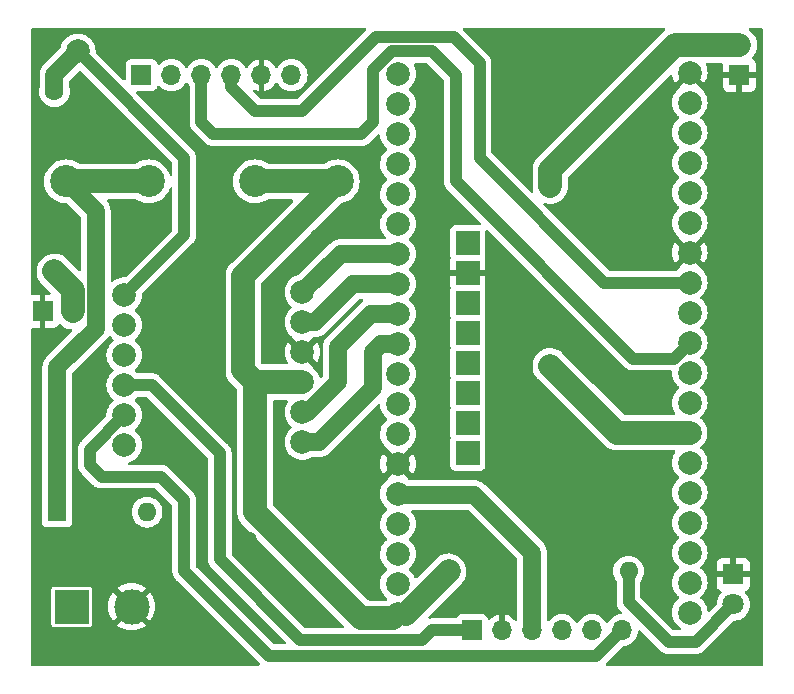
<source format=gbr>
%TF.GenerationSoftware,KiCad,Pcbnew,7.0.2*%
%TF.CreationDate,2023-08-19T23:37:56-03:00*%
%TF.ProjectId,Placa v1.1,506c6163-6120-4763-912e-312e6b696361,rev?*%
%TF.SameCoordinates,Original*%
%TF.FileFunction,Copper,L2,Bot*%
%TF.FilePolarity,Positive*%
%FSLAX46Y46*%
G04 Gerber Fmt 4.6, Leading zero omitted, Abs format (unit mm)*
G04 Created by KiCad (PCBNEW 7.0.2) date 2023-08-19 23:37:56*
%MOMM*%
%LPD*%
G01*
G04 APERTURE LIST*
%TA.AperFunction,ComponentPad*%
%ADD10R,1.800000X1.800000*%
%TD*%
%TA.AperFunction,ComponentPad*%
%ADD11C,1.800000*%
%TD*%
%TA.AperFunction,ComponentPad*%
%ADD12C,2.700000*%
%TD*%
%TA.AperFunction,ComponentPad*%
%ADD13R,1.600000X1.600000*%
%TD*%
%TA.AperFunction,ComponentPad*%
%ADD14O,1.600000X1.600000*%
%TD*%
%TA.AperFunction,ComponentPad*%
%ADD15C,1.600000*%
%TD*%
%TA.AperFunction,ComponentPad*%
%ADD16C,2.000000*%
%TD*%
%TA.AperFunction,ComponentPad*%
%ADD17R,1.700000X1.700000*%
%TD*%
%TA.AperFunction,ComponentPad*%
%ADD18O,1.700000X1.700000*%
%TD*%
%TA.AperFunction,ComponentPad*%
%ADD19R,3.000000X3.000000*%
%TD*%
%TA.AperFunction,ComponentPad*%
%ADD20C,3.000000*%
%TD*%
%TA.AperFunction,ComponentPad*%
%ADD21R,2.000000X2.000000*%
%TD*%
%TA.AperFunction,ViaPad*%
%ADD22C,1.500000*%
%TD*%
%TA.AperFunction,ViaPad*%
%ADD23C,2.000000*%
%TD*%
%TA.AperFunction,Conductor*%
%ADD24C,1.000000*%
%TD*%
%TA.AperFunction,Conductor*%
%ADD25C,2.000000*%
%TD*%
%TA.AperFunction,Conductor*%
%ADD26C,1.500000*%
%TD*%
G04 APERTURE END LIST*
D10*
%TO.P,D2,1,K*%
%TO.N,Earth*%
X190000000Y-43000000D03*
D11*
%TO.P,D2,2,A*%
%TO.N,Net-(D2-A)*%
X190000000Y-40460000D03*
%TD*%
D10*
%TO.P,D4,1,K*%
%TO.N,Earth*%
X189489565Y-85273763D03*
D11*
%TO.P,D4,2,A*%
%TO.N,Net-(D4-A)*%
X189489565Y-87813763D03*
%TD*%
D12*
%TO.P,FUS\u00CDVEL,A1,A1*%
%TO.N,7.4V*%
X133000000Y-52000000D03*
%TO.P,FUS\u00CDVEL,A2,A2*%
X140000000Y-52000000D03*
%TO.P,FUS\u00CDVEL,A3,A3*%
X149000000Y-52000000D03*
%TO.P,FUS\u00CDVEL,A4,A4*%
X156000000Y-52000000D03*
%TD*%
D13*
%TO.P,B1,1,1*%
%TO.N,7.4V*%
X132232500Y-80000000D03*
D14*
%TO.P,B1,2,2*%
%TO.N,Net-(J1-Pin_1)*%
X139852500Y-80000000D03*
%TD*%
D15*
%TO.P,R2,1*%
%TO.N,3v3*%
X132000000Y-44380000D03*
D14*
%TO.P,R2,2*%
%TO.N,Net-(D3-A)*%
X132000000Y-59620000D03*
%TD*%
D16*
%TO.P,U3,A0,3V3*%
%TO.N,unconnected-(U3-3V3-PadA0)*%
X161095000Y-42900000D03*
%TO.P,U3,A1,EN*%
%TO.N,unconnected-(U3-EN-PadA1)*%
X161095000Y-45440000D03*
%TO.P,U3,A2,SP*%
%TO.N,unconnected-(U3-SP-PadA2)*%
X161095000Y-47980000D03*
%TO.P,U3,A3,SN*%
%TO.N,unconnected-(U3-SN-PadA3)*%
X161095000Y-50520000D03*
%TO.P,U3,A4,G34*%
%TO.N,unconnected-(U3-G34-PadA4)*%
X161095000Y-53060000D03*
%TO.P,U3,A5,G35*%
%TO.N,unconnected-(U3-G35-PadA5)*%
X161095000Y-55600000D03*
%TO.P,U3,A6,G32*%
%TO.N,IN4*%
X161095000Y-58140000D03*
%TO.P,U3,A7,G33*%
%TO.N,IN3*%
X161095000Y-60680000D03*
%TO.P,U3,A8,G25*%
%TO.N,IN2*%
X161095000Y-63220000D03*
%TO.P,U3,A9,G26*%
%TO.N,IN1*%
X161095000Y-65760000D03*
%TO.P,U3,A10,G27*%
%TO.N,unconnected-(U3-G27-PadA10)*%
X161095000Y-68300000D03*
%TO.P,U3,A11,G14*%
%TO.N,unconnected-(U3-G14-PadA11)*%
X161095000Y-70840000D03*
%TO.P,U3,A12,G12*%
%TO.N,unconnected-(U3-G12-PadA12)*%
X161095000Y-73380000D03*
%TO.P,U3,A13,GND*%
%TO.N,Earth*%
X161095000Y-75920000D03*
%TO.P,U3,A14,G13*%
%TO.N,C2_2*%
X161095000Y-78460000D03*
%TO.P,U3,A15,SD2*%
%TO.N,unconnected-(U3-SD2-PadA15)*%
X161095000Y-81000000D03*
%TO.P,U3,A16,SD3*%
%TO.N,unconnected-(U3-SD3-PadA16)*%
X161095000Y-83540000D03*
%TO.P,U3,A17,CMD*%
%TO.N,unconnected-(U3-CMD-PadA17)*%
X161095000Y-86080000D03*
%TO.P,U3,A18,5V*%
%TO.N,7.4V*%
X161095000Y-88620000D03*
%TO.P,U3,A19,GND*%
%TO.N,Earth*%
X185800000Y-42780000D03*
%TO.P,U3,A20,G23*%
%TO.N,unconnected-(U3-G23-PadA20)*%
X185800000Y-45320000D03*
%TO.P,U3,A21,G22*%
%TO.N,SCL*%
X185800000Y-47860000D03*
%TO.P,U3,A22,TXD*%
%TO.N,unconnected-(U3-TXD-PadA22)*%
X185800000Y-50400000D03*
%TO.P,U3,A23,RXD*%
%TO.N,unconnected-(U3-RXD-PadA23)*%
X185800000Y-52940000D03*
%TO.P,U3,A24,G21*%
%TO.N,SDA*%
X185800000Y-55480000D03*
%TO.P,U3,A25,GND*%
%TO.N,Earth*%
X185800000Y-58020000D03*
%TO.P,U3,A26,G19*%
%TO.N,C2_1*%
X185800000Y-60560000D03*
%TO.P,U3,A27,G18*%
%TO.N,C1_2*%
X185800000Y-63100000D03*
%TO.P,U3,A28,G5*%
%TO.N,C1_1*%
X185800000Y-65640000D03*
%TO.P,U3,A29,G17*%
%TO.N,unconnected-(U3-G17-PadA29)*%
X185800000Y-68180000D03*
%TO.P,U3,A30,G16*%
%TO.N,unconnected-(U3-G16-PadA30)*%
X185800000Y-70720000D03*
%TO.P,U3,A31,G4*%
%TO.N,LED*%
X185800000Y-73260000D03*
%TO.P,U3,A32,G0*%
%TO.N,unconnected-(U3-G0-PadA32)*%
X185800000Y-75800000D03*
%TO.P,U3,A33,G2*%
%TO.N,unconnected-(U3-G2-PadA33)*%
X185800000Y-78340000D03*
%TO.P,U3,A34,G15*%
%TO.N,unconnected-(U3-G15-PadA34)*%
X185800000Y-80880000D03*
%TO.P,U3,A35,SD1*%
%TO.N,unconnected-(U3-SD1-PadA35)*%
X185800000Y-83420000D03*
%TO.P,U3,A36,SD0*%
%TO.N,unconnected-(U3-SD0-PadA36)*%
X185800000Y-85960000D03*
%TO.P,U3,A37,CLK*%
%TO.N,unconnected-(U3-CLK-PadA37)*%
X185800000Y-88500000D03*
%TD*%
D17*
%TO.P,MOTOR2,1,Pin_1*%
%TO.N,SAIDA 4 PONTE H *%
X167380000Y-90000000D03*
D18*
%TO.P,MOTOR2,2,Pin_2*%
%TO.N,Earth*%
X169920000Y-90000000D03*
%TO.P,MOTOR2,3,Pin_3*%
%TO.N,C2_2*%
X172460000Y-90000000D03*
%TO.P,MOTOR2,4,Pin_4*%
%TO.N,C1_2*%
X175000000Y-90000000D03*
%TO.P,MOTOR2,5,Pin_5*%
%TO.N,3v3*%
X177540000Y-90000000D03*
%TO.P,MOTOR2,6,Pin_6*%
%TO.N,SAIDA 3 PONTE H *%
X180080000Y-90000000D03*
%TD*%
D15*
%TO.P,R1,1*%
%TO.N,LED*%
X174000000Y-67620000D03*
D14*
%TO.P,R1,2*%
%TO.N,Net-(D2-A)*%
X174000000Y-52380000D03*
%TD*%
D17*
%TO.P,MOTOR1,1,Pin_1*%
%TO.N,SAIDA 1 PONTE H *%
X139380000Y-43000000D03*
D18*
%TO.P,MOTOR1,2,Pin_2*%
%TO.N,3v3*%
X141920000Y-43000000D03*
%TO.P,MOTOR1,3,Pin_3*%
%TO.N,C1_1*%
X144460000Y-43000000D03*
%TO.P,MOTOR1,4,Pin_4*%
%TO.N,C2_1*%
X147000000Y-43000000D03*
%TO.P,MOTOR1,5,Pin_5*%
%TO.N,Earth*%
X149540000Y-43000000D03*
%TO.P,MOTOR1,6,Pin_6*%
%TO.N,SAIDA 2 PONTE H *%
X152080000Y-43000000D03*
%TD*%
D10*
%TO.P,D3,1,K*%
%TO.N,Earth*%
X131000000Y-63000000D03*
D11*
%TO.P,D3,2,A*%
%TO.N,Net-(D3-A)*%
X133540000Y-63000000D03*
%TD*%
D19*
%TO.P,BATERIA,*%
%TO.N,Net-(J1-Pin_1)*%
X133460000Y-88000000D03*
D20*
%TO.P,BATERIA,2,Pin_2*%
%TO.N,Earth*%
X138540000Y-88000000D03*
%TD*%
D15*
%TO.P,R3,1*%
%TO.N,7.4V*%
X165380000Y-85000000D03*
D14*
%TO.P,R3,2*%
%TO.N,Net-(D4-A)*%
X180620000Y-85000000D03*
%TD*%
D16*
%TO.P,DRV8833,A0,EEP*%
%TO.N,3v3*%
X137920000Y-61620000D03*
%TO.P,DRV8833,A1,OUT1*%
%TO.N,SAIDA 1 PONTE H *%
X137920000Y-64160000D03*
%TO.P,DRV8833,A2,OUT2*%
%TO.N,SAIDA 2 PONTE H *%
X137920000Y-66700000D03*
%TO.P,DRV8833,A3,OUT3*%
%TO.N,SAIDA 4 PONTE H *%
X137920000Y-69240000D03*
%TO.P,DRV8833,A4,OUT4*%
%TO.N,SAIDA 3 PONTE H *%
X137920000Y-71780000D03*
%TO.P,DRV8833,A5,ULT*%
%TO.N,unconnected-(DRV1-ULT-PadA5)*%
X137920000Y-74320000D03*
%TO.P,DRV8833,A6,IN4*%
%TO.N,IN4*%
X153000000Y-61380000D03*
%TO.P,DRV8833,A7,IN3*%
%TO.N,IN3*%
X153000000Y-63920000D03*
%TO.P,DRV8833,A8,GND*%
%TO.N,Earth*%
X153000000Y-66460000D03*
%TO.P,DRV8833,A9,VCC*%
%TO.N,7.4V*%
X153000000Y-69000000D03*
%TO.P,DRV8833,A10,IN2*%
%TO.N,IN2*%
X153000000Y-71540000D03*
%TO.P,DRV8833,A11,IN1*%
%TO.N,IN1*%
X153000000Y-74080000D03*
%TD*%
D21*
%TO.P,MPU6050,A0,VCC*%
%TO.N,3v3*%
X167000000Y-57205000D03*
%TO.P,MPU6050,A1,GND*%
%TO.N,Earth*%
X167000000Y-59745000D03*
%TO.P,MPU6050,A2,SCL*%
%TO.N,SCL*%
X167000000Y-62285000D03*
%TO.P,MPU6050,A3,SDA*%
%TO.N,SDA*%
X167000000Y-64825000D03*
%TO.P,MPU6050,A4,XDA*%
%TO.N,unconnected-(M1-XDA-PadA4)*%
X167000000Y-67365000D03*
%TO.P,MPU6050,A5,XCL*%
%TO.N,unconnected-(M1-XCL-PadA5)*%
X167000000Y-69905000D03*
%TO.P,MPU6050,A6,AD0*%
%TO.N,unconnected-(M1-AD0-PadA6)*%
X167000000Y-72445000D03*
%TO.P,MPU6050,A7,INT*%
%TO.N,unconnected-(M1-INT-PadA7)*%
X167000000Y-74985000D03*
%TD*%
D22*
%TO.N,Earth*%
X170599219Y-60335500D03*
X144000000Y-69000000D03*
X182589354Y-53116603D03*
X144457851Y-60028615D03*
X172287706Y-45197211D03*
X146000000Y-70000000D03*
X179000000Y-78000000D03*
X171000000Y-76000000D03*
X158118883Y-86000000D03*
X190000000Y-54000000D03*
X139000000Y-83000000D03*
X171000000Y-70000000D03*
X180000000Y-80000000D03*
X182524969Y-45841064D03*
X148410389Y-82358365D03*
X171000000Y-73000000D03*
X139356146Y-56670467D03*
X190000000Y-62000000D03*
X155000000Y-77000000D03*
X178000000Y-76000000D03*
X136566117Y-47570677D03*
X190000000Y-72000000D03*
X154446641Y-56683904D03*
X143000000Y-89000000D03*
X168000000Y-86000000D03*
X165000000Y-82000000D03*
X140772623Y-73668186D03*
X149000000Y-55000000D03*
D23*
%TO.N,3v3*%
X134000000Y-41000000D03*
%TO.N,7.4V*%
X149000000Y-76000000D03*
%TD*%
D24*
%TO.N,Earth*%
X146000000Y-67000000D02*
X146000000Y-70000000D01*
X144000000Y-60486466D02*
X144000000Y-65000000D01*
X144000000Y-65000000D02*
X146000000Y-67000000D01*
X144457851Y-60028615D02*
X144000000Y-60486466D01*
D25*
%TO.N,LED*%
X174000000Y-67620000D02*
X179640000Y-73260000D01*
X179640000Y-73260000D02*
X185800000Y-73260000D01*
%TO.N,Net-(D2-A)*%
X174000000Y-51000000D02*
X184540000Y-40460000D01*
X174000000Y-52380000D02*
X174000000Y-51000000D01*
X184540000Y-40460000D02*
X190000000Y-40460000D01*
D24*
%TO.N,3v3*%
X143000000Y-50000000D02*
X134000000Y-41000000D01*
X143000000Y-56540000D02*
X143000000Y-50000000D01*
X137920000Y-61620000D02*
X143000000Y-56540000D01*
D26*
X132000000Y-44380000D02*
X132000000Y-43000000D01*
X132000000Y-43000000D02*
X134000000Y-41000000D01*
D25*
%TO.N,Net-(D3-A)*%
X132000000Y-59620000D02*
X133540000Y-61160000D01*
X133540000Y-61160000D02*
X133540000Y-63000000D01*
D24*
%TO.N,Net-(D4-A)*%
X184000000Y-91000000D02*
X186303328Y-91000000D01*
X180620000Y-85000000D02*
X180620000Y-87620000D01*
X180620000Y-87620000D02*
X184000000Y-91000000D01*
X186303328Y-91000000D02*
X189489565Y-87813763D01*
D26*
%TO.N,IN4*%
X153000000Y-61380000D02*
X156240000Y-58140000D01*
X156240000Y-58140000D02*
X161095000Y-58140000D01*
D24*
%TO.N,C2_1*%
X168000000Y-42000000D02*
X165800000Y-39800000D01*
X178560000Y-60560000D02*
X168000000Y-50000000D01*
X149000000Y-46000000D02*
X147000000Y-44000000D01*
X168000000Y-50000000D02*
X168000000Y-42000000D01*
X185800000Y-60560000D02*
X178560000Y-60560000D01*
X159200000Y-39800000D02*
X153000000Y-46000000D01*
X165800000Y-39800000D02*
X159200000Y-39800000D01*
X153000000Y-46000000D02*
X149000000Y-46000000D01*
X147000000Y-44000000D02*
X147000000Y-43000000D01*
%TO.N,C1_1*%
X145460000Y-48000000D02*
X158000000Y-48000000D01*
X160590836Y-41000000D02*
X164000000Y-41000000D01*
X144460000Y-47000000D02*
X145460000Y-48000000D01*
X159000000Y-42590836D02*
X160590836Y-41000000D01*
X158000000Y-48000000D02*
X159000000Y-47000000D01*
X144460000Y-47000000D02*
X144460000Y-43000000D01*
X166000000Y-52000000D02*
X181000000Y-67000000D01*
X181000000Y-67000000D02*
X184440000Y-67000000D01*
X164000000Y-41000000D02*
X166000000Y-43000000D01*
X184440000Y-67000000D02*
X185800000Y-65640000D01*
X159000000Y-47000000D02*
X159000000Y-42590836D01*
X166000000Y-43000000D02*
X166000000Y-52000000D01*
D26*
%TO.N,IN3*%
X157320000Y-60680000D02*
X161095000Y-60680000D01*
X154080000Y-63920000D02*
X157320000Y-60680000D01*
X153000000Y-63920000D02*
X154080000Y-63920000D01*
%TO.N,IN2*%
X153000000Y-71540000D02*
X153460000Y-71540000D01*
X158780000Y-63220000D02*
X161095000Y-63220000D01*
X156000000Y-66000000D02*
X158780000Y-63220000D01*
X156000000Y-69000000D02*
X156000000Y-66000000D01*
X153460000Y-71540000D02*
X156000000Y-69000000D01*
%TO.N,C2_2*%
X167554542Y-78554542D02*
X172460000Y-83460000D01*
X172460000Y-83460000D02*
X172460000Y-90000000D01*
X161189542Y-78554542D02*
X167554542Y-78554542D01*
D24*
X161095000Y-78460000D02*
X161189542Y-78554542D01*
D26*
%TO.N,IN1*%
X159680787Y-65760000D02*
X161095000Y-65760000D01*
X153000000Y-74080000D02*
X154414213Y-74080000D01*
X159000000Y-66440787D02*
X159680787Y-65760000D01*
X159000000Y-69494213D02*
X159000000Y-66440787D01*
X154414213Y-74080000D02*
X159000000Y-69494213D01*
D24*
%TO.N,SAIDA 3 PONTE H *%
X143000000Y-85000000D02*
X150200000Y-92200000D01*
X141000000Y-77000000D02*
X143000000Y-79000000D01*
X143000000Y-79000000D02*
X143000000Y-85000000D01*
X137920000Y-71780000D02*
X135000000Y-74700000D01*
X136000000Y-77000000D02*
X141000000Y-77000000D01*
X135000000Y-76000000D02*
X136000000Y-77000000D01*
X135000000Y-74700000D02*
X135000000Y-76000000D01*
X150200000Y-92200000D02*
X177880000Y-92200000D01*
X177880000Y-92200000D02*
X180080000Y-90000000D01*
%TO.N,SAIDA 4 PONTE H *%
X146000000Y-84000000D02*
X146000000Y-75000000D01*
X163161264Y-90838736D02*
X152838736Y-90838736D01*
X140240000Y-69240000D02*
X137920000Y-69240000D01*
X152838736Y-90838736D02*
X146000000Y-84000000D01*
X146000000Y-75000000D02*
X140240000Y-69240000D01*
X167380000Y-90000000D02*
X164000000Y-90000000D01*
X164000000Y-90000000D02*
X163161264Y-90838736D01*
D26*
%TO.N,7.4V*%
X135506971Y-54506971D02*
X133000000Y-52000000D01*
D25*
X149000000Y-69000000D02*
X149000000Y-76000000D01*
X133000000Y-52000000D02*
X140000000Y-52000000D01*
D26*
X132232500Y-80000000D02*
X132232500Y-67742195D01*
D25*
X149000000Y-52000000D02*
X156000000Y-52000000D01*
X153000000Y-69000000D02*
X149000000Y-69000000D01*
X156000000Y-52000000D02*
X148000000Y-60000000D01*
X149000000Y-80000000D02*
X149000000Y-76000000D01*
X158000000Y-89000000D02*
X160715000Y-89000000D01*
D26*
X160715000Y-89000000D02*
X161095000Y-88620000D01*
D25*
X158000000Y-89000000D02*
X149000000Y-80000000D01*
D26*
X161095000Y-88620000D02*
X161760000Y-88620000D01*
X132232500Y-67742195D02*
X135506971Y-64467724D01*
D25*
X148000000Y-60000000D02*
X148000000Y-68000000D01*
D26*
X135506971Y-64467724D02*
X135506971Y-54506971D01*
D25*
X161760000Y-88620000D02*
X165380000Y-85000000D01*
X148000000Y-68000000D02*
X149000000Y-69000000D01*
%TD*%
%TA.AperFunction,Conductor*%
%TO.N,Earth*%
G36*
X130802547Y-63410016D02*
G01*
X130932173Y-63450000D01*
X131033724Y-63450000D01*
X131134138Y-63434865D01*
X131250000Y-63379068D01*
X131250000Y-64400000D01*
X131944518Y-64400000D01*
X131951132Y-64399645D01*
X132007371Y-64393599D01*
X132142089Y-64343352D01*
X132257190Y-64257187D01*
X132349007Y-64134535D01*
X132404940Y-64092663D01*
X132474632Y-64087679D01*
X132524436Y-64110992D01*
X132716485Y-64260470D01*
X132716487Y-64260471D01*
X132716491Y-64260474D01*
X132935190Y-64378828D01*
X133170386Y-64459571D01*
X133415665Y-64500500D01*
X133425799Y-64502191D01*
X133425159Y-64506020D01*
X133473397Y-64520185D01*
X133519152Y-64572989D01*
X133529096Y-64642147D01*
X133500071Y-64705703D01*
X133494039Y-64712181D01*
X131402843Y-66803376D01*
X131392480Y-66812638D01*
X131364835Y-66834686D01*
X131321236Y-66884586D01*
X131315552Y-66890667D01*
X131310524Y-66895696D01*
X131310515Y-66895705D01*
X131308555Y-66897666D01*
X131306780Y-66899791D01*
X131306769Y-66899804D01*
X131282429Y-66928958D01*
X131280624Y-66931071D01*
X131216735Y-67004198D01*
X131214486Y-67007962D01*
X131203239Y-67023812D01*
X131200432Y-67027174D01*
X131152478Y-67111685D01*
X131151104Y-67114044D01*
X131142855Y-67127853D01*
X131101282Y-67197436D01*
X131099746Y-67201530D01*
X131091509Y-67219139D01*
X131089347Y-67222948D01*
X131057262Y-67314639D01*
X131056314Y-67317252D01*
X131022191Y-67408173D01*
X131021410Y-67412477D01*
X131016450Y-67431272D01*
X131015001Y-67435412D01*
X130999804Y-67531361D01*
X130999338Y-67534102D01*
X130982000Y-67629645D01*
X130982000Y-67634024D01*
X130980473Y-67653422D01*
X130979790Y-67657732D01*
X130981969Y-67754834D01*
X130982000Y-67757616D01*
X130982000Y-78953270D01*
X130974182Y-78996603D01*
X130938409Y-79092514D01*
X130938409Y-79092516D01*
X130938409Y-79092517D01*
X130932000Y-79152127D01*
X130932000Y-79155448D01*
X130932000Y-79155449D01*
X130932000Y-80844560D01*
X130932000Y-80844578D01*
X130932001Y-80847872D01*
X130932353Y-80851152D01*
X130932354Y-80851159D01*
X130938409Y-80907483D01*
X130988704Y-81042331D01*
X131074954Y-81157546D01*
X131190169Y-81243796D01*
X131325017Y-81294091D01*
X131384627Y-81300500D01*
X133080372Y-81300499D01*
X133139983Y-81294091D01*
X133274831Y-81243796D01*
X133390046Y-81157546D01*
X133476296Y-81042331D01*
X133526591Y-80907483D01*
X133533000Y-80847873D01*
X133532999Y-80000000D01*
X138547031Y-80000000D01*
X138566864Y-80226689D01*
X138625761Y-80446497D01*
X138721932Y-80652735D01*
X138852453Y-80839140D01*
X139013359Y-81000046D01*
X139199764Y-81130567D01*
X139199765Y-81130567D01*
X139199766Y-81130568D01*
X139406004Y-81226739D01*
X139625808Y-81285635D01*
X139852500Y-81305468D01*
X140079192Y-81285635D01*
X140298996Y-81226739D01*
X140505234Y-81130568D01*
X140691639Y-81000047D01*
X140852547Y-80839139D01*
X140983068Y-80652734D01*
X141079239Y-80446496D01*
X141138135Y-80226692D01*
X141157968Y-80000000D01*
X141138135Y-79773308D01*
X141079239Y-79553504D01*
X140983068Y-79347266D01*
X140863573Y-79176607D01*
X140852546Y-79160859D01*
X140691640Y-78999953D01*
X140505235Y-78869432D01*
X140298997Y-78773261D01*
X140079189Y-78714364D01*
X139852500Y-78694531D01*
X139625810Y-78714364D01*
X139406002Y-78773261D01*
X139199764Y-78869432D01*
X139013359Y-78999953D01*
X138852453Y-79160859D01*
X138721932Y-79347264D01*
X138625761Y-79553502D01*
X138566864Y-79773310D01*
X138547031Y-80000000D01*
X133532999Y-80000000D01*
X133532999Y-79152128D01*
X133526591Y-79092517D01*
X133490818Y-78996603D01*
X133483000Y-78953271D01*
X133483000Y-68311530D01*
X133502685Y-68244491D01*
X133519314Y-68223854D01*
X136336638Y-65406529D01*
X136346987Y-65397281D01*
X136374637Y-65375232D01*
X136418240Y-65325323D01*
X136423914Y-65319253D01*
X136430915Y-65312254D01*
X136457076Y-65280916D01*
X136458855Y-65278836D01*
X136462964Y-65274134D01*
X136522736Y-65205720D01*
X136524973Y-65201975D01*
X136536240Y-65186094D01*
X136539039Y-65182743D01*
X136563031Y-65140458D01*
X136613234Y-65091867D01*
X136681740Y-65078130D01*
X136746797Y-65103610D01*
X136762107Y-65117668D01*
X136843168Y-65205724D01*
X136900256Y-65267738D01*
X136983008Y-65332147D01*
X137023821Y-65388858D01*
X137027494Y-65458631D01*
X136992863Y-65519314D01*
X136983008Y-65527853D01*
X136900256Y-65592261D01*
X136807320Y-65693217D01*
X136731836Y-65775215D01*
X136721832Y-65790527D01*
X136595825Y-65983395D01*
X136530484Y-66132359D01*
X136495937Y-66211119D01*
X136445338Y-66410930D01*
X136434891Y-66452183D01*
X136414356Y-66699999D01*
X136434891Y-66947816D01*
X136434891Y-66947819D01*
X136434892Y-66947821D01*
X136495937Y-67188881D01*
X136525034Y-67255215D01*
X136595825Y-67416604D01*
X136595827Y-67416607D01*
X136731836Y-67624785D01*
X136855205Y-67758799D01*
X136900256Y-67807738D01*
X136983008Y-67872147D01*
X137023821Y-67928858D01*
X137027494Y-67998631D01*
X136992863Y-68059314D01*
X136983008Y-68067853D01*
X136900256Y-68132261D01*
X136731837Y-68315214D01*
X136595825Y-68523395D01*
X136523597Y-68688060D01*
X136495937Y-68751119D01*
X136468251Y-68860449D01*
X136434891Y-68992183D01*
X136414356Y-69240000D01*
X136434891Y-69487816D01*
X136434891Y-69487819D01*
X136434892Y-69487821D01*
X136495937Y-69728881D01*
X136525034Y-69795215D01*
X136595825Y-69956604D01*
X136595827Y-69956607D01*
X136731836Y-70164785D01*
X136792901Y-70231119D01*
X136900256Y-70347738D01*
X136983008Y-70412147D01*
X137023821Y-70468858D01*
X137027494Y-70538631D01*
X136992863Y-70599314D01*
X136983008Y-70607853D01*
X136900256Y-70672261D01*
X136731837Y-70855214D01*
X136595825Y-71063395D01*
X136527864Y-71218332D01*
X136495937Y-71291119D01*
X136468251Y-71400449D01*
X136434891Y-71532183D01*
X136414356Y-71779995D01*
X136416553Y-71806501D01*
X136402471Y-71874937D01*
X136380657Y-71904421D01*
X134302646Y-73982432D01*
X134300399Y-73984623D01*
X134236948Y-74044939D01*
X134203244Y-74093362D01*
X134197573Y-74100882D01*
X134160301Y-74146593D01*
X134146210Y-74173566D01*
X134138082Y-74186983D01*
X134120705Y-74211950D01*
X134097439Y-74266165D01*
X134093399Y-74274671D01*
X134066090Y-74326952D01*
X134057720Y-74356201D01*
X134052459Y-74370978D01*
X134040460Y-74398942D01*
X134028587Y-74456713D01*
X134026342Y-74465860D01*
X134010113Y-74522580D01*
X134007802Y-74552925D01*
X134005622Y-74568465D01*
X134005320Y-74569936D01*
X133999500Y-74598258D01*
X133999500Y-74657241D01*
X133999142Y-74666656D01*
X133997817Y-74684063D01*
X133994663Y-74725476D01*
X133998204Y-74753289D01*
X133998506Y-74755656D01*
X133999499Y-74771318D01*
X133999499Y-75985721D01*
X133999459Y-75988861D01*
X133997242Y-76076361D01*
X134007648Y-76134420D01*
X134008957Y-76143749D01*
X134014926Y-76202438D01*
X134024033Y-76231467D01*
X134027772Y-76246702D01*
X134033141Y-76276652D01*
X134055020Y-76331425D01*
X134058180Y-76340300D01*
X134075841Y-76396588D01*
X134090607Y-76423191D01*
X134097337Y-76437364D01*
X134108622Y-76465617D01*
X134141080Y-76514867D01*
X134145961Y-76522923D01*
X134174590Y-76574501D01*
X134194404Y-76597581D01*
X134203856Y-76610116D01*
X134220599Y-76635520D01*
X134262300Y-76677221D01*
X134268705Y-76684132D01*
X134307130Y-76728891D01*
X134307131Y-76728892D01*
X134307134Y-76728895D01*
X134331198Y-76747522D01*
X134342968Y-76757889D01*
X135282449Y-77697370D01*
X135284642Y-77699619D01*
X135326254Y-77743395D01*
X135344941Y-77763053D01*
X135393358Y-77796752D01*
X135400865Y-77802413D01*
X135446593Y-77839698D01*
X135468454Y-77851117D01*
X135473556Y-77853782D01*
X135486980Y-77861915D01*
X135511951Y-77879295D01*
X135566163Y-77902559D01*
X135574663Y-77906595D01*
X135626951Y-77933909D01*
X135656196Y-77942277D01*
X135670986Y-77947543D01*
X135678464Y-77950752D01*
X135698942Y-77959540D01*
X135756737Y-77971416D01*
X135765854Y-77973654D01*
X135822582Y-77989887D01*
X135852916Y-77992196D01*
X135868453Y-77994374D01*
X135898259Y-78000500D01*
X135957243Y-78000500D01*
X135966657Y-78000858D01*
X136025477Y-78005337D01*
X136055652Y-78001493D01*
X136071318Y-78000500D01*
X140534217Y-78000500D01*
X140601256Y-78020185D01*
X140621898Y-78036819D01*
X141963181Y-79378101D01*
X141996666Y-79439424D01*
X141999500Y-79465782D01*
X141999500Y-84985721D01*
X141999460Y-84988863D01*
X141997242Y-85076362D01*
X142007648Y-85134420D01*
X142008957Y-85143749D01*
X142014926Y-85202438D01*
X142024033Y-85231467D01*
X142027772Y-85246702D01*
X142033141Y-85276652D01*
X142055020Y-85331425D01*
X142058180Y-85340300D01*
X142075841Y-85396588D01*
X142090607Y-85423191D01*
X142097337Y-85437364D01*
X142108622Y-85465617D01*
X142141080Y-85514867D01*
X142145961Y-85522923D01*
X142174590Y-85574501D01*
X142194404Y-85597581D01*
X142203856Y-85610116D01*
X142220599Y-85635520D01*
X142262300Y-85677221D01*
X142268705Y-85684132D01*
X142307130Y-85728891D01*
X142307131Y-85728892D01*
X142307134Y-85728895D01*
X142331198Y-85747522D01*
X142342968Y-85757889D01*
X149372898Y-92787819D01*
X149406383Y-92849142D01*
X149401399Y-92918834D01*
X149359527Y-92974767D01*
X149294063Y-92999184D01*
X149285217Y-92999500D01*
X130124500Y-92999500D01*
X130057461Y-92979815D01*
X130011706Y-92927011D01*
X130000500Y-92875500D01*
X130000500Y-89519748D01*
X131759500Y-89519748D01*
X131771132Y-89578230D01*
X131815447Y-89644552D01*
X131881769Y-89688867D01*
X131940251Y-89700500D01*
X131940252Y-89700500D01*
X134979749Y-89700500D01*
X135008989Y-89694683D01*
X135038231Y-89688867D01*
X135104552Y-89644552D01*
X135148867Y-89578231D01*
X135160500Y-89519748D01*
X135160500Y-87999999D01*
X136534890Y-87999999D01*
X136555300Y-88285357D01*
X136616111Y-88564902D01*
X136716088Y-88832952D01*
X136853193Y-89084042D01*
X136959883Y-89226562D01*
X137855195Y-88331250D01*
X137877340Y-88382587D01*
X137983433Y-88525094D01*
X138119530Y-88639294D01*
X138209216Y-88684335D01*
X137313436Y-89580115D01*
X137455958Y-89686806D01*
X137707047Y-89823911D01*
X137975097Y-89923888D01*
X138254642Y-89984699D01*
X138540000Y-90005109D01*
X138825357Y-89984699D01*
X139104902Y-89923888D01*
X139372952Y-89823911D01*
X139624041Y-89686806D01*
X139766562Y-89580115D01*
X138873748Y-88687300D01*
X138883409Y-88683784D01*
X139031844Y-88586157D01*
X139153764Y-88456930D01*
X139225768Y-88332215D01*
X140120115Y-89226562D01*
X140226806Y-89084041D01*
X140363911Y-88832952D01*
X140463888Y-88564902D01*
X140524699Y-88285357D01*
X140545109Y-88000000D01*
X140524699Y-87714642D01*
X140463888Y-87435097D01*
X140363911Y-87167047D01*
X140226806Y-86915958D01*
X140120115Y-86773436D01*
X139224803Y-87668747D01*
X139202660Y-87617413D01*
X139096567Y-87474906D01*
X138960470Y-87360706D01*
X138870782Y-87315663D01*
X139766562Y-86419883D01*
X139624042Y-86313193D01*
X139372952Y-86176088D01*
X139104902Y-86076111D01*
X138825357Y-86015300D01*
X138540000Y-85994890D01*
X138254642Y-86015300D01*
X137975097Y-86076111D01*
X137707047Y-86176088D01*
X137455954Y-86313195D01*
X137313437Y-86419882D01*
X137313436Y-86419883D01*
X138206252Y-87312699D01*
X138196591Y-87316216D01*
X138048156Y-87413843D01*
X137926236Y-87543070D01*
X137854232Y-87667784D01*
X136959883Y-86773436D01*
X136959882Y-86773437D01*
X136853195Y-86915954D01*
X136716088Y-87167047D01*
X136616111Y-87435097D01*
X136555300Y-87714642D01*
X136534890Y-87999999D01*
X135160500Y-87999999D01*
X135160500Y-86480252D01*
X135148867Y-86421769D01*
X135143183Y-86413263D01*
X135104552Y-86355447D01*
X135038230Y-86311132D01*
X134979749Y-86299500D01*
X134979748Y-86299500D01*
X131940252Y-86299500D01*
X131940251Y-86299500D01*
X131881769Y-86311132D01*
X131815447Y-86355447D01*
X131771132Y-86421769D01*
X131759500Y-86480251D01*
X131759500Y-89519748D01*
X130000500Y-89519748D01*
X130000500Y-78707816D01*
X130000500Y-64523996D01*
X130020184Y-64456961D01*
X130072988Y-64411206D01*
X130124499Y-64400000D01*
X130749999Y-64400000D01*
X130749999Y-63374189D01*
X130802547Y-63410016D01*
G37*
%TD.AperFunction*%
%TA.AperFunction,Conductor*%
G36*
X158352255Y-39020185D02*
G01*
X158398010Y-39072989D01*
X158407954Y-39142147D01*
X158378929Y-39205703D01*
X158372897Y-39212181D01*
X152621899Y-44963181D01*
X152560576Y-44996666D01*
X152534218Y-44999500D01*
X149465783Y-44999500D01*
X149398744Y-44979815D01*
X149378102Y-44963181D01*
X148846467Y-44431546D01*
X148812982Y-44370223D01*
X148817966Y-44300531D01*
X148859838Y-44244598D01*
X148925302Y-44220181D01*
X148986553Y-44231483D01*
X149076509Y-44273430D01*
X149290000Y-44330634D01*
X149290000Y-43435501D01*
X149397685Y-43484680D01*
X149504237Y-43500000D01*
X149575763Y-43500000D01*
X149682315Y-43484680D01*
X149790000Y-43435501D01*
X149790000Y-44330633D01*
X150003490Y-44273430D01*
X150217576Y-44173600D01*
X150411081Y-44038106D01*
X150578109Y-43871078D01*
X150708119Y-43685405D01*
X150762696Y-43641780D01*
X150832194Y-43634586D01*
X150894549Y-43666109D01*
X150911265Y-43685400D01*
X151041505Y-43871401D01*
X151208599Y-44038495D01*
X151402170Y-44174035D01*
X151616337Y-44273903D01*
X151844592Y-44335063D01*
X152080000Y-44355659D01*
X152315408Y-44335063D01*
X152543663Y-44273903D01*
X152757830Y-44174035D01*
X152951401Y-44038495D01*
X153118495Y-43871401D01*
X153254035Y-43677830D01*
X153353903Y-43463663D01*
X153415063Y-43235408D01*
X153435659Y-43000000D01*
X153415063Y-42764592D01*
X153353903Y-42536337D01*
X153254035Y-42322171D01*
X153118495Y-42128599D01*
X152951401Y-41961505D01*
X152757830Y-41825965D01*
X152543663Y-41726097D01*
X152482501Y-41709709D01*
X152315407Y-41664936D01*
X152079999Y-41644340D01*
X151844592Y-41664936D01*
X151616336Y-41726097D01*
X151402170Y-41825965D01*
X151208598Y-41961505D01*
X151041508Y-42128595D01*
X150911269Y-42314596D01*
X150856692Y-42358220D01*
X150787193Y-42365413D01*
X150724839Y-42333891D01*
X150708119Y-42314595D01*
X150578109Y-42128921D01*
X150411081Y-41961893D01*
X150217576Y-41826399D01*
X150003492Y-41726569D01*
X149790000Y-41669364D01*
X149790000Y-42564498D01*
X149682315Y-42515320D01*
X149575763Y-42500000D01*
X149504237Y-42500000D01*
X149397685Y-42515320D01*
X149290000Y-42564498D01*
X149290000Y-41669364D01*
X149289999Y-41669364D01*
X149076507Y-41726569D01*
X148862421Y-41826400D01*
X148668921Y-41961890D01*
X148501893Y-42128918D01*
X148371880Y-42314596D01*
X148317303Y-42358220D01*
X148247804Y-42365413D01*
X148185450Y-42333891D01*
X148168730Y-42314595D01*
X148168425Y-42314159D01*
X148038495Y-42128599D01*
X147871401Y-41961505D01*
X147677830Y-41825965D01*
X147463663Y-41726097D01*
X147402502Y-41709709D01*
X147235407Y-41664936D01*
X147000000Y-41644340D01*
X146764592Y-41664936D01*
X146536336Y-41726097D01*
X146322170Y-41825965D01*
X146128598Y-41961505D01*
X145961505Y-42128598D01*
X145831575Y-42314159D01*
X145776998Y-42357784D01*
X145707500Y-42364978D01*
X145645145Y-42333455D01*
X145628425Y-42314159D01*
X145498494Y-42128598D01*
X145331404Y-41961508D01*
X145331401Y-41961505D01*
X145137830Y-41825965D01*
X144923663Y-41726097D01*
X144862502Y-41709709D01*
X144695407Y-41664936D01*
X144459999Y-41644340D01*
X144224592Y-41664936D01*
X143996336Y-41726097D01*
X143782170Y-41825965D01*
X143588598Y-41961505D01*
X143421505Y-42128598D01*
X143291575Y-42314159D01*
X143236998Y-42357784D01*
X143167500Y-42364978D01*
X143105145Y-42333455D01*
X143088425Y-42314159D01*
X142958494Y-42128598D01*
X142791404Y-41961508D01*
X142791401Y-41961505D01*
X142597830Y-41825965D01*
X142383663Y-41726097D01*
X142322502Y-41709709D01*
X142155407Y-41664936D01*
X141920000Y-41644340D01*
X141684592Y-41664936D01*
X141456336Y-41726097D01*
X141242170Y-41825965D01*
X141048601Y-41961503D01*
X140926673Y-42083431D01*
X140865350Y-42116915D01*
X140795658Y-42111931D01*
X140739725Y-42070059D01*
X140722810Y-42039082D01*
X140708420Y-42000500D01*
X140673796Y-41907669D01*
X140587546Y-41792454D01*
X140472331Y-41706204D01*
X140337483Y-41655909D01*
X140277873Y-41649500D01*
X140274550Y-41649500D01*
X138485439Y-41649500D01*
X138485420Y-41649500D01*
X138482128Y-41649501D01*
X138478848Y-41649853D01*
X138478840Y-41649854D01*
X138422515Y-41655909D01*
X138287669Y-41706204D01*
X138172454Y-41792454D01*
X138086204Y-41907668D01*
X138035909Y-42042516D01*
X138032907Y-42070443D01*
X138029500Y-42102127D01*
X138029500Y-42105449D01*
X138029500Y-43315218D01*
X138009815Y-43382257D01*
X137957011Y-43428012D01*
X137887853Y-43437956D01*
X137824297Y-43408931D01*
X137817819Y-43402899D01*
X135539342Y-41124422D01*
X135505857Y-41063099D01*
X135503447Y-41026499D01*
X135505643Y-40999998D01*
X135498797Y-40917392D01*
X135485108Y-40752179D01*
X135424063Y-40511119D01*
X135324173Y-40283393D01*
X135188164Y-40075215D01*
X135019744Y-39892262D01*
X134972114Y-39855190D01*
X134823514Y-39739529D01*
X134823510Y-39739526D01*
X134823509Y-39739526D01*
X134604810Y-39621172D01*
X134604806Y-39621170D01*
X134604805Y-39621170D01*
X134369615Y-39540429D01*
X134124335Y-39499500D01*
X133875665Y-39499500D01*
X133630384Y-39540429D01*
X133395194Y-39621170D01*
X133176485Y-39739529D01*
X132980259Y-39892259D01*
X132980256Y-39892261D01*
X132980256Y-39892262D01*
X132811836Y-40075215D01*
X132766499Y-40144607D01*
X132675825Y-40283395D01*
X132575936Y-40511121D01*
X132535326Y-40671482D01*
X132502802Y-40728722D01*
X131170343Y-42061181D01*
X131159980Y-42070443D01*
X131132335Y-42092491D01*
X131088736Y-42142391D01*
X131083052Y-42148472D01*
X131078024Y-42153501D01*
X131078015Y-42153510D01*
X131076055Y-42155471D01*
X131074280Y-42157596D01*
X131074269Y-42157609D01*
X131049929Y-42186763D01*
X131048124Y-42188876D01*
X130984235Y-42262003D01*
X130981986Y-42265767D01*
X130970739Y-42281617D01*
X130967932Y-42284979D01*
X130919978Y-42369490D01*
X130918604Y-42371849D01*
X130893171Y-42414420D01*
X130868782Y-42455241D01*
X130867246Y-42459335D01*
X130859009Y-42476944D01*
X130856847Y-42480753D01*
X130824762Y-42572444D01*
X130823814Y-42575057D01*
X130789691Y-42665978D01*
X130788910Y-42670282D01*
X130783950Y-42689077D01*
X130782501Y-42693217D01*
X130767304Y-42789166D01*
X130766838Y-42791907D01*
X130749500Y-42887450D01*
X130749500Y-42891829D01*
X130747973Y-42911227D01*
X130747290Y-42915537D01*
X130749469Y-43012639D01*
X130749500Y-43015421D01*
X130749500Y-44005856D01*
X130745275Y-44037949D01*
X130714364Y-44153309D01*
X130694531Y-44380000D01*
X130714364Y-44606689D01*
X130773261Y-44826497D01*
X130869432Y-45032735D01*
X130999953Y-45219140D01*
X131160859Y-45380046D01*
X131347264Y-45510567D01*
X131347265Y-45510567D01*
X131347266Y-45510568D01*
X131553504Y-45606739D01*
X131773308Y-45665635D01*
X132000000Y-45685468D01*
X132226692Y-45665635D01*
X132446496Y-45606739D01*
X132652734Y-45510568D01*
X132839139Y-45380047D01*
X133000047Y-45219139D01*
X133130568Y-45032734D01*
X133226739Y-44826496D01*
X133285635Y-44606692D01*
X133305468Y-44380000D01*
X133285635Y-44153308D01*
X133254725Y-44037949D01*
X133250500Y-44005856D01*
X133250500Y-43569335D01*
X133270185Y-43502296D01*
X133286815Y-43481658D01*
X134089095Y-42679377D01*
X134150418Y-42645893D01*
X134220110Y-42650877D01*
X134264457Y-42679378D01*
X141963181Y-50378101D01*
X141996666Y-50439424D01*
X141999500Y-50465782D01*
X141999500Y-51378332D01*
X141979815Y-51445371D01*
X141927011Y-51491126D01*
X141857853Y-51501070D01*
X141794297Y-51472045D01*
X141759318Y-51421666D01*
X141687574Y-51229311D01*
X141560716Y-50996989D01*
X141541655Y-50971527D01*
X141479788Y-50888882D01*
X141402087Y-50785085D01*
X141214915Y-50597913D01*
X141083028Y-50499184D01*
X141003009Y-50439282D01*
X140836898Y-50348579D01*
X140770689Y-50312426D01*
X140522678Y-50219923D01*
X140522673Y-50219921D01*
X140264027Y-50163657D01*
X140000000Y-50144772D01*
X139735972Y-50163657D01*
X139477326Y-50219921D01*
X139353316Y-50266174D01*
X139229311Y-50312426D01*
X139229308Y-50312427D01*
X139229307Y-50312428D01*
X138996987Y-50439284D01*
X138949588Y-50474767D01*
X138884124Y-50499184D01*
X138875278Y-50499500D01*
X134124722Y-50499500D01*
X134057683Y-50479815D01*
X134050412Y-50474767D01*
X134003012Y-50439284D01*
X133863288Y-50362989D01*
X133770689Y-50312426D01*
X133522678Y-50219923D01*
X133522673Y-50219921D01*
X133264027Y-50163657D01*
X133000000Y-50144772D01*
X132735972Y-50163657D01*
X132477326Y-50219921D01*
X132353316Y-50266174D01*
X132229311Y-50312426D01*
X132229308Y-50312427D01*
X132229307Y-50312428D01*
X131996990Y-50439282D01*
X131785082Y-50597915D01*
X131597915Y-50785082D01*
X131439282Y-50996990D01*
X131373967Y-51116607D01*
X131312426Y-51229311D01*
X131309706Y-51236604D01*
X131219921Y-51477326D01*
X131163657Y-51735972D01*
X131144772Y-52000000D01*
X131163657Y-52264027D01*
X131219921Y-52522673D01*
X131219923Y-52522678D01*
X131312426Y-52770689D01*
X131312428Y-52770692D01*
X131439282Y-53003009D01*
X131481945Y-53060000D01*
X131597913Y-53214915D01*
X131785085Y-53402087D01*
X131942846Y-53520185D01*
X131996990Y-53560717D01*
X132019465Y-53572989D01*
X132229311Y-53687574D01*
X132477322Y-53780077D01*
X132477325Y-53780077D01*
X132477326Y-53780078D01*
X132525667Y-53790593D01*
X132735974Y-53836343D01*
X132962230Y-53852525D01*
X132999998Y-53855227D01*
X132999998Y-53855226D01*
X133000000Y-53855227D01*
X133024477Y-53853476D01*
X133092749Y-53868327D01*
X133121005Y-53889479D01*
X134220151Y-54988625D01*
X134253636Y-55049948D01*
X134256470Y-55076306D01*
X134256471Y-59455081D01*
X134236786Y-59522120D01*
X134183982Y-59567875D01*
X134114824Y-59577819D01*
X134051268Y-59548794D01*
X134044790Y-59542762D01*
X133018939Y-58516911D01*
X133017126Y-58515098D01*
X132874894Y-58394634D01*
X132661274Y-58267344D01*
X132661272Y-58267343D01*
X132661270Y-58267342D01*
X132429616Y-58176951D01*
X132307925Y-58151434D01*
X132186237Y-58125919D01*
X132167951Y-58125162D01*
X131937780Y-58115642D01*
X131691017Y-58146401D01*
X131452687Y-58217355D01*
X131229283Y-58326571D01*
X131026901Y-58471069D01*
X130851069Y-58646901D01*
X130706571Y-58849283D01*
X130597355Y-59072687D01*
X130526401Y-59311017D01*
X130495642Y-59557780D01*
X130502951Y-59734478D01*
X130505919Y-59806237D01*
X130527049Y-59907009D01*
X130556951Y-60049616D01*
X130647342Y-60281270D01*
X130647344Y-60281274D01*
X130774634Y-60494894D01*
X130895098Y-60637126D01*
X130896911Y-60638939D01*
X131646291Y-61388319D01*
X131679776Y-61449642D01*
X131674792Y-61519334D01*
X131632920Y-61575267D01*
X131567456Y-61599684D01*
X131558610Y-61600000D01*
X131250000Y-61600000D01*
X131250000Y-62625810D01*
X131197453Y-62589984D01*
X131067827Y-62550000D01*
X130966276Y-62550000D01*
X130865862Y-62565135D01*
X130749999Y-62620931D01*
X130750000Y-61600000D01*
X130124499Y-61600000D01*
X130057460Y-61580315D01*
X130011705Y-61527511D01*
X130000499Y-61476004D01*
X130000500Y-39124500D01*
X130020185Y-39057461D01*
X130072989Y-39011706D01*
X130124500Y-39000500D01*
X158285216Y-39000500D01*
X158352255Y-39020185D01*
G37*
%TD.AperFunction*%
%TA.AperFunction,Conductor*%
G36*
X183674732Y-39020185D02*
G01*
X183720487Y-39072989D01*
X183730431Y-39142147D01*
X183701406Y-39205703D01*
X183671168Y-39231022D01*
X183665104Y-39234634D01*
X183647183Y-39249813D01*
X183634868Y-39258995D01*
X183615215Y-39271835D01*
X183548447Y-39333299D01*
X183544613Y-39336685D01*
X183522874Y-39355098D01*
X183521059Y-39356911D01*
X183521061Y-39356911D01*
X183502738Y-39375233D01*
X183499045Y-39378775D01*
X183432262Y-39440254D01*
X183417832Y-39458793D01*
X183407664Y-39470306D01*
X173010306Y-49867664D01*
X172998793Y-49877832D01*
X172980254Y-49892262D01*
X172918775Y-49959045D01*
X172915233Y-49962738D01*
X172895098Y-49982874D01*
X172893437Y-49984834D01*
X172893437Y-49984835D01*
X172876689Y-50004609D01*
X172873299Y-50008447D01*
X172811835Y-50075215D01*
X172798995Y-50094868D01*
X172789813Y-50107183D01*
X172774636Y-50125102D01*
X172728174Y-50203074D01*
X172725462Y-50207417D01*
X172675826Y-50283392D01*
X172666396Y-50304891D01*
X172659368Y-50318545D01*
X172647343Y-50338726D01*
X172614346Y-50423288D01*
X172612386Y-50428020D01*
X172575936Y-50511120D01*
X172570169Y-50533890D01*
X172565484Y-50548515D01*
X172556951Y-50570385D01*
X172538324Y-50659211D01*
X172537170Y-50664200D01*
X172514891Y-50752180D01*
X172512952Y-50775578D01*
X172510738Y-50790777D01*
X172505919Y-50813762D01*
X172502168Y-50904440D01*
X172501851Y-50909551D01*
X172499710Y-50935390D01*
X172499709Y-50935406D01*
X172499500Y-50937933D01*
X172499500Y-50940486D01*
X172499500Y-50966402D01*
X172499394Y-50971527D01*
X172495642Y-51062219D01*
X172498548Y-51085526D01*
X172499500Y-51100864D01*
X172499500Y-52442067D01*
X172505859Y-52518803D01*
X172514892Y-52627822D01*
X172564450Y-52823521D01*
X172561825Y-52893341D01*
X172521869Y-52950659D01*
X172457267Y-52977275D01*
X172388531Y-52964740D01*
X172356563Y-52941642D01*
X169036819Y-49621898D01*
X169003334Y-49560575D01*
X169000500Y-49534217D01*
X169000500Y-42014277D01*
X169000540Y-42011135D01*
X169002757Y-41923638D01*
X168992350Y-41865574D01*
X168991041Y-41856242D01*
X168987962Y-41825964D01*
X168985074Y-41797562D01*
X168975964Y-41768528D01*
X168972227Y-41753305D01*
X168966858Y-41723347D01*
X168944969Y-41668549D01*
X168941816Y-41659689D01*
X168924160Y-41603415D01*
X168924159Y-41603414D01*
X168924159Y-41603412D01*
X168909396Y-41576816D01*
X168902663Y-41562636D01*
X168891379Y-41534385D01*
X168885435Y-41525366D01*
X168858901Y-41485106D01*
X168854040Y-41477082D01*
X168825409Y-41425498D01*
X168825408Y-41425496D01*
X168805593Y-41402415D01*
X168796144Y-41389883D01*
X168779402Y-41364481D01*
X168737699Y-41322779D01*
X168731292Y-41315866D01*
X168692865Y-41271103D01*
X168668802Y-41252477D01*
X168657022Y-41242102D01*
X166627101Y-39212181D01*
X166593616Y-39150858D01*
X166598600Y-39081166D01*
X166640472Y-39025233D01*
X166705936Y-39000816D01*
X166714782Y-39000500D01*
X183607693Y-39000500D01*
X183674732Y-39020185D01*
G37*
%TD.AperFunction*%
%TA.AperFunction,Conductor*%
G36*
X191942539Y-39020185D02*
G01*
X191988294Y-39072989D01*
X191999500Y-39124500D01*
X191999500Y-92875500D01*
X191979815Y-92942539D01*
X191927011Y-92988294D01*
X191875500Y-92999500D01*
X178794782Y-92999500D01*
X178727743Y-92979815D01*
X178681988Y-92927011D01*
X178672044Y-92857853D01*
X178701069Y-92794297D01*
X178707101Y-92787819D01*
X178707100Y-92787818D01*
X180113031Y-91381888D01*
X180174352Y-91348405D01*
X180189896Y-91346044D01*
X180315408Y-91335063D01*
X180543663Y-91273903D01*
X180757830Y-91174035D01*
X180951401Y-91038495D01*
X181118495Y-90871401D01*
X181254035Y-90677830D01*
X181353903Y-90463663D01*
X181415063Y-90235408D01*
X181424503Y-90127505D01*
X181449955Y-90062439D01*
X181506546Y-90021460D01*
X181576307Y-90017581D01*
X181635712Y-90050633D01*
X183282431Y-91697351D01*
X183284624Y-91699600D01*
X183344942Y-91763054D01*
X183393362Y-91796755D01*
X183400871Y-91802416D01*
X183446593Y-91839698D01*
X183473562Y-91853785D01*
X183486982Y-91861916D01*
X183511949Y-91879294D01*
X183511950Y-91879294D01*
X183511951Y-91879295D01*
X183540105Y-91891377D01*
X183566163Y-91902559D01*
X183574663Y-91906595D01*
X183608286Y-91924159D01*
X183626951Y-91933909D01*
X183656196Y-91942277D01*
X183670986Y-91947543D01*
X183678464Y-91950752D01*
X183698942Y-91959540D01*
X183756737Y-91971416D01*
X183765854Y-91973654D01*
X183822582Y-91989887D01*
X183852916Y-91992196D01*
X183868453Y-91994374D01*
X183898259Y-92000500D01*
X183957242Y-92000500D01*
X183966656Y-92000858D01*
X184025476Y-92005337D01*
X184055651Y-92001493D01*
X184071317Y-92000500D01*
X186289049Y-92000500D01*
X186292190Y-92000539D01*
X186379691Y-92002757D01*
X186437760Y-91992348D01*
X186447064Y-91991043D01*
X186505766Y-91985074D01*
X186534795Y-91975965D01*
X186550028Y-91972226D01*
X186579981Y-91966858D01*
X186634754Y-91944978D01*
X186643629Y-91941819D01*
X186661003Y-91936367D01*
X186699916Y-91924159D01*
X186726522Y-91909390D01*
X186740690Y-91902662D01*
X186768945Y-91891377D01*
X186818207Y-91858909D01*
X186826238Y-91854043D01*
X186877830Y-91825409D01*
X186900915Y-91805589D01*
X186913442Y-91796144D01*
X186938847Y-91779402D01*
X186980579Y-91737668D01*
X186987451Y-91731300D01*
X187032223Y-91692866D01*
X187050847Y-91668803D01*
X187061208Y-91657039D01*
X189467666Y-89250582D01*
X189528990Y-89217097D01*
X189555348Y-89214263D01*
X189605613Y-89214263D01*
X189605614Y-89214263D01*
X189834546Y-89176061D01*
X190054068Y-89100699D01*
X190258191Y-88990233D01*
X190441349Y-88847676D01*
X190598544Y-88676916D01*
X190725489Y-88482612D01*
X190818722Y-88270063D01*
X190875699Y-88045068D01*
X190894865Y-87813763D01*
X190875699Y-87582458D01*
X190818722Y-87357463D01*
X190725489Y-87144914D01*
X190598544Y-86950610D01*
X190503396Y-86847251D01*
X190472475Y-86784598D01*
X190480335Y-86715172D01*
X190524482Y-86661017D01*
X190551294Y-86647088D01*
X190631653Y-86617115D01*
X190746753Y-86530951D01*
X190832917Y-86415852D01*
X190883164Y-86281134D01*
X190889210Y-86224895D01*
X190889565Y-86218281D01*
X190889565Y-85523763D01*
X189864843Y-85523763D01*
X189913190Y-85440023D01*
X189943375Y-85307771D01*
X189933238Y-85172498D01*
X189883678Y-85046222D01*
X189865768Y-85023763D01*
X190889565Y-85023763D01*
X190889565Y-84329244D01*
X190889210Y-84322630D01*
X190883164Y-84266391D01*
X190832917Y-84131673D01*
X190746753Y-84016574D01*
X190631654Y-83930410D01*
X190496936Y-83880163D01*
X190440697Y-83874117D01*
X190434083Y-83873763D01*
X189739565Y-83873763D01*
X189739565Y-84899573D01*
X189687018Y-84863747D01*
X189557392Y-84823763D01*
X189455841Y-84823763D01*
X189355427Y-84838898D01*
X189239565Y-84894694D01*
X189239565Y-83873763D01*
X188545047Y-83873763D01*
X188538432Y-83874117D01*
X188482193Y-83880163D01*
X188347475Y-83930410D01*
X188232376Y-84016574D01*
X188146212Y-84131673D01*
X188095965Y-84266391D01*
X188089919Y-84322630D01*
X188089565Y-84329244D01*
X188089565Y-85023763D01*
X189114287Y-85023763D01*
X189065940Y-85107503D01*
X189035755Y-85239755D01*
X189045892Y-85375028D01*
X189095452Y-85501304D01*
X189113362Y-85523763D01*
X188089565Y-85523763D01*
X188089565Y-86218281D01*
X188089919Y-86224895D01*
X188095965Y-86281134D01*
X188146212Y-86415852D01*
X188232376Y-86530951D01*
X188347475Y-86617115D01*
X188427836Y-86647088D01*
X188483769Y-86688960D01*
X188508186Y-86754424D01*
X188493334Y-86822697D01*
X188475732Y-86847252D01*
X188380587Y-86950607D01*
X188253641Y-87144913D01*
X188160409Y-87357459D01*
X188160407Y-87357463D01*
X188160408Y-87357463D01*
X188105266Y-87575214D01*
X188103430Y-87582463D01*
X188088887Y-87757973D01*
X188063734Y-87823158D01*
X188052992Y-87835414D01*
X187501142Y-88387264D01*
X187439819Y-88420749D01*
X187370127Y-88415765D01*
X187314194Y-88373893D01*
X187289885Y-88309823D01*
X187285385Y-88255520D01*
X187285108Y-88252179D01*
X187224063Y-88011119D01*
X187124173Y-87783393D01*
X186988164Y-87575215D01*
X186819744Y-87392262D01*
X186777685Y-87359526D01*
X186736992Y-87327853D01*
X186696179Y-87271143D01*
X186692504Y-87201370D01*
X186727136Y-87140687D01*
X186736992Y-87132147D01*
X186761256Y-87113260D01*
X186819744Y-87067738D01*
X186988164Y-86884785D01*
X187124173Y-86676607D01*
X187224063Y-86448881D01*
X187285108Y-86207821D01*
X187305643Y-85960000D01*
X187285108Y-85712179D01*
X187224063Y-85471119D01*
X187134016Y-85265833D01*
X187124174Y-85243395D01*
X187121796Y-85239755D01*
X186988164Y-85035215D01*
X186819744Y-84852262D01*
X186753207Y-84800474D01*
X186736992Y-84787853D01*
X186696179Y-84731143D01*
X186692504Y-84661370D01*
X186727136Y-84600687D01*
X186736992Y-84592147D01*
X186761256Y-84573260D01*
X186819744Y-84527738D01*
X186988164Y-84344785D01*
X187124173Y-84136607D01*
X187224063Y-83908881D01*
X187285108Y-83667821D01*
X187305643Y-83420000D01*
X187285108Y-83172179D01*
X187224063Y-82931119D01*
X187124173Y-82703393D01*
X186988164Y-82495215D01*
X186819744Y-82312262D01*
X186753207Y-82260474D01*
X186736992Y-82247853D01*
X186696179Y-82191143D01*
X186692504Y-82121370D01*
X186727136Y-82060687D01*
X186736992Y-82052147D01*
X186761256Y-82033260D01*
X186819744Y-81987738D01*
X186988164Y-81804785D01*
X187124173Y-81596607D01*
X187224063Y-81368881D01*
X187285108Y-81127821D01*
X187305643Y-80880000D01*
X187285108Y-80632179D01*
X187224063Y-80391119D01*
X187124173Y-80163393D01*
X186988164Y-79955215D01*
X186819744Y-79772262D01*
X186753207Y-79720474D01*
X186736992Y-79707853D01*
X186696179Y-79651143D01*
X186692504Y-79581370D01*
X186727136Y-79520687D01*
X186736992Y-79512147D01*
X186761256Y-79493260D01*
X186819744Y-79447738D01*
X186988164Y-79264785D01*
X187124173Y-79056607D01*
X187224063Y-78828881D01*
X187285108Y-78587821D01*
X187305643Y-78340000D01*
X187304215Y-78322772D01*
X187285108Y-78092183D01*
X187285108Y-78092179D01*
X187224063Y-77851119D01*
X187124173Y-77623393D01*
X186988164Y-77415215D01*
X186819744Y-77232262D01*
X186777685Y-77199526D01*
X186736991Y-77167852D01*
X186696178Y-77111141D01*
X186692505Y-77041368D01*
X186727136Y-76980685D01*
X186736974Y-76972160D01*
X186819744Y-76907738D01*
X186988164Y-76724785D01*
X187124173Y-76516607D01*
X187224063Y-76288881D01*
X187285108Y-76047821D01*
X187305643Y-75800000D01*
X187305170Y-75794297D01*
X187297260Y-75698828D01*
X187285108Y-75552179D01*
X187224063Y-75311119D01*
X187124173Y-75083393D01*
X186988164Y-74875215D01*
X186819744Y-74692262D01*
X186816614Y-74689826D01*
X186740143Y-74630306D01*
X186699330Y-74573596D01*
X186695656Y-74503823D01*
X186730288Y-74443140D01*
X186732298Y-74441247D01*
X186766837Y-74409450D01*
X186774625Y-74402854D01*
X186819744Y-74367738D01*
X186858468Y-74325671D01*
X186865671Y-74318468D01*
X186907738Y-74279744D01*
X186942854Y-74234625D01*
X186949442Y-74226846D01*
X186988164Y-74184785D01*
X187019420Y-74136941D01*
X187025365Y-74128616D01*
X187025929Y-74127890D01*
X187060474Y-74083509D01*
X187087685Y-74033225D01*
X187092911Y-74024455D01*
X187124173Y-73976607D01*
X187147126Y-73924275D01*
X187151617Y-73915089D01*
X187178828Y-73864810D01*
X187197387Y-73810745D01*
X187201103Y-73801220D01*
X187224063Y-73748881D01*
X187238091Y-73693482D01*
X187241014Y-73683666D01*
X187245135Y-73671664D01*
X187259571Y-73629614D01*
X187268978Y-73573237D01*
X187271079Y-73563219D01*
X187285107Y-73507825D01*
X187285107Y-73507824D01*
X187285108Y-73507821D01*
X187289827Y-73450859D01*
X187291094Y-73440696D01*
X187298684Y-73395215D01*
X187300500Y-73384335D01*
X187300500Y-73327189D01*
X187300924Y-73316948D01*
X187305643Y-73259999D01*
X187300924Y-73203050D01*
X187300500Y-73192809D01*
X187300500Y-73135666D01*
X187291094Y-73079301D01*
X187289826Y-73069130D01*
X187285108Y-73012179D01*
X187271077Y-72956773D01*
X187268976Y-72946749D01*
X187259571Y-72890386D01*
X187241008Y-72836315D01*
X187238088Y-72826506D01*
X187224063Y-72771119D01*
X187201105Y-72718782D01*
X187197389Y-72709261D01*
X187178828Y-72655190D01*
X187158609Y-72617829D01*
X187151623Y-72604920D01*
X187147126Y-72595723D01*
X187124173Y-72543393D01*
X187092911Y-72495544D01*
X187087676Y-72486757D01*
X187060474Y-72436491D01*
X187025369Y-72391388D01*
X187019416Y-72383050D01*
X186988165Y-72335216D01*
X186984510Y-72331246D01*
X186949458Y-72293169D01*
X186942843Y-72285358D01*
X186907739Y-72240257D01*
X186872539Y-72207853D01*
X186865685Y-72201543D01*
X186858455Y-72194313D01*
X186819744Y-72152262D01*
X186802231Y-72138631D01*
X186774646Y-72117160D01*
X186766825Y-72110536D01*
X186732323Y-72078774D01*
X186696333Y-72018887D01*
X186698434Y-71949048D01*
X186737959Y-71891433D01*
X186740066Y-71889753D01*
X186819744Y-71827738D01*
X186988164Y-71644785D01*
X187124173Y-71436607D01*
X187224063Y-71208881D01*
X187285108Y-70967821D01*
X187305643Y-70720000D01*
X187285108Y-70472179D01*
X187224063Y-70231119D01*
X187124173Y-70003393D01*
X186988164Y-69795215D01*
X186819744Y-69612262D01*
X186753207Y-69560474D01*
X186736992Y-69547853D01*
X186696179Y-69491143D01*
X186692504Y-69421370D01*
X186727136Y-69360687D01*
X186736992Y-69352147D01*
X186761256Y-69333260D01*
X186819744Y-69287738D01*
X186988164Y-69104785D01*
X187124173Y-68896607D01*
X187224063Y-68668881D01*
X187285108Y-68427821D01*
X187305643Y-68180000D01*
X187285108Y-67932179D01*
X187224063Y-67691119D01*
X187124173Y-67463393D01*
X186988164Y-67255215D01*
X186819744Y-67072262D01*
X186753207Y-67020474D01*
X186736992Y-67007853D01*
X186696179Y-66951143D01*
X186692504Y-66881370D01*
X186727136Y-66820687D01*
X186736992Y-66812147D01*
X186768477Y-66787641D01*
X186819744Y-66747738D01*
X186988164Y-66564785D01*
X187124173Y-66356607D01*
X187224063Y-66128881D01*
X187285108Y-65887821D01*
X187305643Y-65640000D01*
X187285108Y-65392179D01*
X187224063Y-65151119D01*
X187124173Y-64923393D01*
X186988164Y-64715215D01*
X186819744Y-64532262D01*
X186795353Y-64513278D01*
X186736992Y-64467853D01*
X186696179Y-64411143D01*
X186692504Y-64341370D01*
X186727136Y-64280687D01*
X186736992Y-64272147D01*
X186761256Y-64253260D01*
X186819744Y-64207738D01*
X186988164Y-64024785D01*
X187124173Y-63816607D01*
X187224063Y-63588881D01*
X187285108Y-63347821D01*
X187305643Y-63100000D01*
X187285108Y-62852179D01*
X187224063Y-62611119D01*
X187124173Y-62383393D01*
X186988164Y-62175215D01*
X186819744Y-61992262D01*
X186795348Y-61973274D01*
X186736992Y-61927853D01*
X186696179Y-61871143D01*
X186692504Y-61801370D01*
X186727136Y-61740687D01*
X186736992Y-61732147D01*
X186761256Y-61713260D01*
X186819744Y-61667738D01*
X186988164Y-61484785D01*
X187124173Y-61276607D01*
X187224063Y-61048881D01*
X187285108Y-60807821D01*
X187305643Y-60560000D01*
X187285108Y-60312179D01*
X187224063Y-60071119D01*
X187124173Y-59843393D01*
X186988164Y-59635215D01*
X186819744Y-59452262D01*
X186716253Y-59371712D01*
X186675442Y-59315003D01*
X186668655Y-59266176D01*
X186670056Y-59243609D01*
X185844400Y-58417953D01*
X185925148Y-58405165D01*
X186038045Y-58347641D01*
X186127641Y-58258045D01*
X186185165Y-58145148D01*
X186197953Y-58064400D01*
X187023434Y-58889882D01*
X187123730Y-58736369D01*
X187223586Y-58508721D01*
X187284613Y-58267732D01*
X187305141Y-58019999D01*
X187284613Y-57772267D01*
X187223586Y-57531278D01*
X187123730Y-57303630D01*
X187023434Y-57150116D01*
X186197953Y-57975598D01*
X186185165Y-57894852D01*
X186127641Y-57781955D01*
X186038045Y-57692359D01*
X185925148Y-57634835D01*
X185844401Y-57622046D01*
X186670056Y-56796390D01*
X186668655Y-56773825D01*
X186684147Y-56705694D01*
X186716250Y-56668290D01*
X186819744Y-56587738D01*
X186988164Y-56404785D01*
X187124173Y-56196607D01*
X187224063Y-55968881D01*
X187285108Y-55727821D01*
X187305643Y-55480000D01*
X187285108Y-55232179D01*
X187224063Y-54991119D01*
X187124173Y-54763393D01*
X186988164Y-54555215D01*
X186819744Y-54372262D01*
X186753207Y-54320474D01*
X186736992Y-54307853D01*
X186696179Y-54251143D01*
X186692504Y-54181370D01*
X186727136Y-54120687D01*
X186736992Y-54112147D01*
X186761256Y-54093260D01*
X186819744Y-54047738D01*
X186988164Y-53864785D01*
X187124173Y-53656607D01*
X187224063Y-53428881D01*
X187285108Y-53187821D01*
X187305643Y-52940000D01*
X187285108Y-52692179D01*
X187224063Y-52451119D01*
X187124173Y-52223393D01*
X186988164Y-52015215D01*
X186819744Y-51832262D01*
X186753207Y-51780474D01*
X186736992Y-51767853D01*
X186696179Y-51711143D01*
X186692504Y-51641370D01*
X186727136Y-51580687D01*
X186736992Y-51572147D01*
X186761256Y-51553260D01*
X186819744Y-51507738D01*
X186988164Y-51324785D01*
X187124173Y-51116607D01*
X187224063Y-50888881D01*
X187285108Y-50647821D01*
X187305643Y-50400000D01*
X187285108Y-50152179D01*
X187224063Y-49911119D01*
X187124173Y-49683393D01*
X186988164Y-49475215D01*
X186819744Y-49292262D01*
X186765445Y-49249999D01*
X186736992Y-49227853D01*
X186696179Y-49171143D01*
X186692504Y-49101370D01*
X186727136Y-49040687D01*
X186736992Y-49032147D01*
X186771438Y-49005336D01*
X186819744Y-48967738D01*
X186988164Y-48784785D01*
X187124173Y-48576607D01*
X187224063Y-48348881D01*
X187285108Y-48107821D01*
X187305643Y-47860000D01*
X187285108Y-47612179D01*
X187224063Y-47371119D01*
X187124173Y-47143393D01*
X186988164Y-46935215D01*
X186819744Y-46752262D01*
X186819743Y-46752261D01*
X186736991Y-46687852D01*
X186696178Y-46631141D01*
X186692505Y-46561368D01*
X186727136Y-46500685D01*
X186736974Y-46492160D01*
X186819744Y-46427738D01*
X186988164Y-46244785D01*
X187124173Y-46036607D01*
X187224063Y-45808881D01*
X187285108Y-45567821D01*
X187305643Y-45320000D01*
X187285108Y-45072179D01*
X187224063Y-44831119D01*
X187124173Y-44603393D01*
X186988164Y-44395215D01*
X186819744Y-44212262D01*
X186716253Y-44131712D01*
X186675442Y-44075003D01*
X186668655Y-44026176D01*
X186670056Y-44003609D01*
X185844400Y-43177953D01*
X185925148Y-43165165D01*
X186038045Y-43107641D01*
X186127641Y-43018045D01*
X186185165Y-42905148D01*
X186197953Y-42824401D01*
X187023434Y-43649882D01*
X187123730Y-43496369D01*
X187223586Y-43268721D01*
X187284613Y-43027732D01*
X187305141Y-42780000D01*
X187284613Y-42532267D01*
X187223586Y-42291278D01*
X187154734Y-42134310D01*
X187145831Y-42065010D01*
X187175808Y-42001898D01*
X187235148Y-41965011D01*
X187268290Y-41960500D01*
X188476000Y-41960500D01*
X188543039Y-41980185D01*
X188588794Y-42032989D01*
X188600000Y-42084500D01*
X188600000Y-42750000D01*
X189624722Y-42750000D01*
X189576375Y-42833740D01*
X189546190Y-42965992D01*
X189556327Y-43101265D01*
X189605887Y-43227541D01*
X189623797Y-43250000D01*
X188600000Y-43250000D01*
X188600000Y-43944518D01*
X188600354Y-43951132D01*
X188606400Y-44007371D01*
X188656647Y-44142089D01*
X188742811Y-44257188D01*
X188857910Y-44343352D01*
X188992628Y-44393599D01*
X189048867Y-44399645D01*
X189055482Y-44400000D01*
X189750000Y-44400000D01*
X189750000Y-43374189D01*
X189802547Y-43410016D01*
X189932173Y-43450000D01*
X190033724Y-43450000D01*
X190134138Y-43434865D01*
X190250000Y-43379068D01*
X190250000Y-44400000D01*
X190944518Y-44400000D01*
X190951132Y-44399645D01*
X191007371Y-44393599D01*
X191142089Y-44343352D01*
X191257188Y-44257188D01*
X191343352Y-44142089D01*
X191393599Y-44007371D01*
X191399645Y-43951132D01*
X191400000Y-43944518D01*
X191400000Y-43250000D01*
X190375278Y-43250000D01*
X190423625Y-43166260D01*
X190453810Y-43034008D01*
X190443673Y-42898735D01*
X190394113Y-42772459D01*
X190376203Y-42750000D01*
X191400000Y-42750000D01*
X191400000Y-42055481D01*
X191399645Y-42048867D01*
X191393599Y-41992628D01*
X191343352Y-41857910D01*
X191257188Y-41742811D01*
X191134534Y-41650992D01*
X191092663Y-41595058D01*
X191087679Y-41525366D01*
X191110990Y-41475565D01*
X191260474Y-41283509D01*
X191378828Y-41064810D01*
X191459571Y-40829614D01*
X191500500Y-40584335D01*
X191500500Y-40335665D01*
X191459571Y-40090386D01*
X191378828Y-39855190D01*
X191260474Y-39636491D01*
X191260471Y-39636487D01*
X191260470Y-39636485D01*
X191158649Y-39505667D01*
X191107738Y-39440256D01*
X190924785Y-39271836D01*
X190858160Y-39228307D01*
X190812805Y-39175162D01*
X190803381Y-39105931D01*
X190832883Y-39042595D01*
X190891943Y-39005264D01*
X190925983Y-39000500D01*
X191875500Y-39000500D01*
X191942539Y-39020185D01*
G37*
%TD.AperFunction*%
%TA.AperFunction,Conductor*%
G36*
X139841256Y-70260185D02*
G01*
X139861898Y-70276819D01*
X144963181Y-75378101D01*
X144996666Y-75439424D01*
X144999500Y-75465782D01*
X144999500Y-83985721D01*
X144999460Y-83988863D01*
X144997242Y-84076362D01*
X145007648Y-84134420D01*
X145008957Y-84143749D01*
X145014926Y-84202438D01*
X145024033Y-84231467D01*
X145027772Y-84246702D01*
X145033141Y-84276652D01*
X145055020Y-84331425D01*
X145058180Y-84340300D01*
X145075841Y-84396588D01*
X145090607Y-84423191D01*
X145097337Y-84437364D01*
X145108622Y-84465617D01*
X145141080Y-84514867D01*
X145145961Y-84522923D01*
X145174590Y-84574501D01*
X145194404Y-84597581D01*
X145203856Y-84610116D01*
X145220599Y-84635520D01*
X145262300Y-84677221D01*
X145268705Y-84684132D01*
X145307134Y-84728896D01*
X145331193Y-84747519D01*
X145342972Y-84757893D01*
X148545379Y-87960300D01*
X151572899Y-90987819D01*
X151606384Y-91049142D01*
X151601400Y-91118834D01*
X151559528Y-91174767D01*
X151494064Y-91199184D01*
X151485218Y-91199500D01*
X150665782Y-91199500D01*
X150598743Y-91179815D01*
X150578101Y-91163181D01*
X144036819Y-84621899D01*
X144003334Y-84560576D01*
X144000500Y-84534218D01*
X144000500Y-79014260D01*
X144000540Y-79011118D01*
X144002757Y-78923638D01*
X143993041Y-78869432D01*
X143992349Y-78865573D01*
X143991041Y-78856242D01*
X143985074Y-78797562D01*
X143975962Y-78768520D01*
X143972226Y-78753297D01*
X143966858Y-78723347D01*
X143944976Y-78668566D01*
X143941816Y-78659689D01*
X143924159Y-78603412D01*
X143909395Y-78576812D01*
X143902660Y-78562631D01*
X143891377Y-78534383D01*
X143858917Y-78485131D01*
X143854036Y-78477074D01*
X143844559Y-78460000D01*
X143825409Y-78425498D01*
X143805582Y-78402403D01*
X143796146Y-78389888D01*
X143779402Y-78364481D01*
X143779400Y-78364479D01*
X143779399Y-78364477D01*
X143737693Y-78322772D01*
X143731287Y-78315860D01*
X143692864Y-78271102D01*
X143668804Y-78252478D01*
X143657026Y-78242105D01*
X141717567Y-76302647D01*
X141715374Y-76300398D01*
X141655059Y-76236946D01*
X141606642Y-76203247D01*
X141599119Y-76197575D01*
X141553405Y-76160300D01*
X141526440Y-76146215D01*
X141513019Y-76138084D01*
X141488049Y-76120705D01*
X141488048Y-76120704D01*
X141488046Y-76120703D01*
X141433845Y-76097443D01*
X141425336Y-76093402D01*
X141373053Y-76066092D01*
X141367126Y-76064396D01*
X141343798Y-76057721D01*
X141329020Y-76052459D01*
X141301058Y-76040460D01*
X141243272Y-76028583D01*
X141234128Y-76026338D01*
X141177421Y-76010113D01*
X141147075Y-76007802D01*
X141131534Y-76005622D01*
X141101742Y-75999500D01*
X141101741Y-75999500D01*
X141042758Y-75999500D01*
X141033344Y-75999142D01*
X141024198Y-75998445D01*
X140974524Y-75994663D01*
X140974523Y-75994663D01*
X140974522Y-75994663D01*
X140944349Y-75998506D01*
X140928683Y-75999500D01*
X138392074Y-75999500D01*
X138325035Y-75979815D01*
X138279280Y-75927011D01*
X138269336Y-75857853D01*
X138298361Y-75794297D01*
X138351811Y-75758219D01*
X138401222Y-75741255D01*
X138524810Y-75698828D01*
X138743509Y-75580474D01*
X138939744Y-75427738D01*
X139108164Y-75244785D01*
X139244173Y-75036607D01*
X139344063Y-74808881D01*
X139405108Y-74567821D01*
X139425643Y-74320000D01*
X139405108Y-74072179D01*
X139344063Y-73831119D01*
X139244173Y-73603393D01*
X139108164Y-73395215D01*
X138939744Y-73212262D01*
X138914751Y-73192809D01*
X138856992Y-73147853D01*
X138816179Y-73091143D01*
X138812504Y-73021370D01*
X138847136Y-72960687D01*
X138856992Y-72952147D01*
X138881256Y-72933260D01*
X138939744Y-72887738D01*
X139108164Y-72704785D01*
X139244173Y-72496607D01*
X139344063Y-72268881D01*
X139405108Y-72027821D01*
X139425643Y-71780000D01*
X139405108Y-71532179D01*
X139344063Y-71291119D01*
X139244173Y-71063393D01*
X139108164Y-70855215D01*
X138939744Y-70672262D01*
X138901052Y-70642147D01*
X138856992Y-70607853D01*
X138816179Y-70551143D01*
X138812504Y-70481370D01*
X138847136Y-70420687D01*
X138856992Y-70412147D01*
X138881256Y-70393260D01*
X138939744Y-70347738D01*
X139001624Y-70280517D01*
X139061512Y-70244527D01*
X139092855Y-70240500D01*
X139774217Y-70240500D01*
X139841256Y-70260185D01*
G37*
%TD.AperFunction*%
%TA.AperFunction,Conductor*%
G36*
X163601256Y-42020185D02*
G01*
X163621898Y-42036819D01*
X164963181Y-43378101D01*
X164996666Y-43439424D01*
X164999500Y-43465782D01*
X164999500Y-51985721D01*
X164999460Y-51988863D01*
X164997242Y-52076362D01*
X165007648Y-52134420D01*
X165008957Y-52143749D01*
X165014926Y-52202438D01*
X165024033Y-52231467D01*
X165027772Y-52246702D01*
X165033141Y-52276652D01*
X165055020Y-52331425D01*
X165058180Y-52340300D01*
X165059150Y-52343393D01*
X165075841Y-52396588D01*
X165090607Y-52423191D01*
X165097337Y-52437364D01*
X165108622Y-52465617D01*
X165141080Y-52514867D01*
X165145961Y-52522923D01*
X165174590Y-52574501D01*
X165194404Y-52597581D01*
X165203856Y-52610116D01*
X165220599Y-52635520D01*
X165262300Y-52677221D01*
X165268705Y-52684132D01*
X165307130Y-52728891D01*
X165307131Y-52728892D01*
X165307134Y-52728895D01*
X165331198Y-52747522D01*
X165342968Y-52757889D01*
X168077898Y-55492819D01*
X168111383Y-55554142D01*
X168106399Y-55623834D01*
X168064527Y-55679767D01*
X167999063Y-55704184D01*
X167990217Y-55704500D01*
X165955439Y-55704500D01*
X165955420Y-55704500D01*
X165952128Y-55704501D01*
X165948848Y-55704853D01*
X165948840Y-55704854D01*
X165892515Y-55710909D01*
X165757669Y-55761204D01*
X165642454Y-55847454D01*
X165556204Y-55962668D01*
X165509130Y-56088882D01*
X165505909Y-56097517D01*
X165499500Y-56157127D01*
X165499501Y-58252872D01*
X165499853Y-58256152D01*
X165499854Y-58256159D01*
X165505909Y-58312484D01*
X165550628Y-58432381D01*
X165555612Y-58502073D01*
X165550628Y-58519047D01*
X165506400Y-58637626D01*
X165500354Y-58693867D01*
X165500000Y-58700481D01*
X165500000Y-59495000D01*
X166566314Y-59495000D01*
X166540507Y-59535156D01*
X166500000Y-59673111D01*
X166500000Y-59816889D01*
X166540507Y-59954844D01*
X166566314Y-59995000D01*
X165500000Y-59995000D01*
X165500000Y-60789518D01*
X165500354Y-60796132D01*
X165506400Y-60852373D01*
X165550628Y-60970952D01*
X165555612Y-61040643D01*
X165550628Y-61057618D01*
X165505909Y-61177514D01*
X165505909Y-61177517D01*
X165499500Y-61237127D01*
X165499500Y-61240448D01*
X165499500Y-61240449D01*
X165499500Y-63329560D01*
X165499500Y-63329578D01*
X165499501Y-63332872D01*
X165505909Y-63392483D01*
X165550362Y-63511668D01*
X165555346Y-63581357D01*
X165550362Y-63598332D01*
X165505909Y-63717514D01*
X165505909Y-63717517D01*
X165499500Y-63777127D01*
X165499500Y-63780448D01*
X165499500Y-63780449D01*
X165499500Y-65869560D01*
X165499500Y-65869578D01*
X165499501Y-65872872D01*
X165505909Y-65932483D01*
X165550362Y-66051668D01*
X165555346Y-66121357D01*
X165550362Y-66138332D01*
X165505909Y-66257514D01*
X165504852Y-66267344D01*
X165499500Y-66317127D01*
X165499500Y-66320448D01*
X165499500Y-66320449D01*
X165499500Y-68409560D01*
X165499500Y-68409578D01*
X165499501Y-68412872D01*
X165499853Y-68416152D01*
X165499854Y-68416159D01*
X165501413Y-68430663D01*
X165505909Y-68472483D01*
X165550362Y-68591668D01*
X165555346Y-68661357D01*
X165550362Y-68678332D01*
X165505909Y-68797514D01*
X165505909Y-68797517D01*
X165499500Y-68857127D01*
X165499500Y-68860448D01*
X165499500Y-68860449D01*
X165499500Y-70949560D01*
X165499500Y-70949578D01*
X165499501Y-70952872D01*
X165499853Y-70956152D01*
X165499854Y-70956159D01*
X165505909Y-71012484D01*
X165550361Y-71131666D01*
X165555345Y-71201358D01*
X165550361Y-71218332D01*
X165505909Y-71337514D01*
X165505909Y-71337517D01*
X165499500Y-71397127D01*
X165499500Y-71400448D01*
X165499500Y-71400449D01*
X165499500Y-73489560D01*
X165499500Y-73489578D01*
X165499501Y-73492872D01*
X165499853Y-73496152D01*
X165499854Y-73496159D01*
X165505909Y-73552484D01*
X165550361Y-73671666D01*
X165555345Y-73741358D01*
X165550361Y-73758332D01*
X165505909Y-73877514D01*
X165505909Y-73877517D01*
X165499500Y-73937127D01*
X165499500Y-73940448D01*
X165499500Y-73940449D01*
X165499500Y-76029560D01*
X165499500Y-76029578D01*
X165499501Y-76032872D01*
X165499853Y-76036152D01*
X165499854Y-76036159D01*
X165505909Y-76092484D01*
X165507065Y-76095583D01*
X165556204Y-76227331D01*
X165642454Y-76342546D01*
X165757669Y-76428796D01*
X165892517Y-76479091D01*
X165952127Y-76485500D01*
X168047872Y-76485499D01*
X168107483Y-76479091D01*
X168242331Y-76428796D01*
X168357546Y-76342546D01*
X168443796Y-76227331D01*
X168494091Y-76092483D01*
X168500500Y-76032873D01*
X168500499Y-73937128D01*
X168494091Y-73877517D01*
X168449636Y-73758328D01*
X168444653Y-73688641D01*
X168449632Y-73671681D01*
X168494091Y-73552483D01*
X168500500Y-73492873D01*
X168500499Y-71397128D01*
X168494091Y-71337517D01*
X168449637Y-71218332D01*
X168444654Y-71148642D01*
X168449635Y-71131674D01*
X168494091Y-71012483D01*
X168500500Y-70952873D01*
X168500499Y-68857128D01*
X168494091Y-68797517D01*
X168449636Y-68678328D01*
X168444653Y-68608641D01*
X168449632Y-68591681D01*
X168494091Y-68472483D01*
X168500500Y-68412873D01*
X168500499Y-66317128D01*
X168494091Y-66257517D01*
X168449637Y-66138332D01*
X168444654Y-66068642D01*
X168449635Y-66051674D01*
X168494091Y-65932483D01*
X168500500Y-65872873D01*
X168500499Y-63777128D01*
X168494091Y-63717517D01*
X168449637Y-63598332D01*
X168444654Y-63528642D01*
X168449635Y-63511674D01*
X168494091Y-63392483D01*
X168500500Y-63332873D01*
X168500499Y-61237128D01*
X168494091Y-61177517D01*
X168449370Y-61057615D01*
X168444387Y-60987927D01*
X168449371Y-60970951D01*
X168493599Y-60852371D01*
X168499645Y-60796132D01*
X168500000Y-60789518D01*
X168500000Y-59995000D01*
X167433686Y-59995000D01*
X167459493Y-59954844D01*
X167500000Y-59816889D01*
X167500000Y-59673111D01*
X167459493Y-59535156D01*
X167433686Y-59495000D01*
X168500000Y-59495000D01*
X168500000Y-58700481D01*
X168499645Y-58693867D01*
X168493599Y-58637628D01*
X168449371Y-58519049D01*
X168444387Y-58449357D01*
X168449367Y-58432393D01*
X168494091Y-58312483D01*
X168500500Y-58252873D01*
X168500499Y-56214781D01*
X168520184Y-56147743D01*
X168572987Y-56101988D01*
X168642146Y-56092044D01*
X168705702Y-56121069D01*
X168712180Y-56127101D01*
X180282449Y-67697370D01*
X180284642Y-67699619D01*
X180344941Y-67763053D01*
X180393370Y-67796760D01*
X180400862Y-67802409D01*
X180446592Y-67839697D01*
X180466939Y-67850325D01*
X180473557Y-67853782D01*
X180486981Y-67861915D01*
X180511950Y-67879295D01*
X180511951Y-67879295D01*
X180566165Y-67902560D01*
X180574675Y-67906602D01*
X180626951Y-67933909D01*
X180656200Y-67942277D01*
X180670970Y-67947535D01*
X180698942Y-67959540D01*
X180698945Y-67959540D01*
X180698946Y-67959541D01*
X180756726Y-67971414D01*
X180765869Y-67973657D01*
X180822582Y-67989886D01*
X180852920Y-67992196D01*
X180868448Y-67994373D01*
X180898259Y-68000500D01*
X180957244Y-68000500D01*
X180966659Y-68000858D01*
X180970806Y-68001173D01*
X181025476Y-68005337D01*
X181052278Y-68001923D01*
X181055652Y-68001494D01*
X181071317Y-68000500D01*
X184174531Y-68000500D01*
X184241570Y-68020185D01*
X184287325Y-68072989D01*
X184298107Y-68134740D01*
X184294356Y-68180000D01*
X184314891Y-68427816D01*
X184314891Y-68427819D01*
X184314892Y-68427821D01*
X184375937Y-68668881D01*
X184412009Y-68751117D01*
X184475825Y-68896604D01*
X184475827Y-68896607D01*
X184611836Y-69104785D01*
X184722304Y-69224785D01*
X184780256Y-69287738D01*
X184863008Y-69352147D01*
X184903821Y-69408858D01*
X184907494Y-69478631D01*
X184872863Y-69539314D01*
X184863008Y-69547853D01*
X184780256Y-69612261D01*
X184611837Y-69795214D01*
X184475825Y-70003395D01*
X184423190Y-70123393D01*
X184375937Y-70231119D01*
X184345549Y-70351117D01*
X184314891Y-70472183D01*
X184294356Y-70720000D01*
X184314891Y-70967816D01*
X184314891Y-70967819D01*
X184314892Y-70967821D01*
X184375937Y-71208881D01*
X184412009Y-71291117D01*
X184475825Y-71436604D01*
X184561460Y-71567678D01*
X184581647Y-71634568D01*
X184562467Y-71701754D01*
X184510009Y-71747904D01*
X184457651Y-71759500D01*
X180312889Y-71759500D01*
X180245850Y-71739815D01*
X180225208Y-71723181D01*
X177634362Y-69132335D01*
X175017126Y-66515098D01*
X174874894Y-66394634D01*
X174661274Y-66267344D01*
X174661272Y-66267343D01*
X174661270Y-66267342D01*
X174429616Y-66176951D01*
X174307925Y-66151434D01*
X174186237Y-66125919D01*
X174167951Y-66125162D01*
X173937780Y-66115642D01*
X173691017Y-66146401D01*
X173452687Y-66217355D01*
X173229283Y-66326571D01*
X173026901Y-66471069D01*
X172851069Y-66646901D01*
X172706571Y-66849283D01*
X172597355Y-67072687D01*
X172526401Y-67311017D01*
X172495642Y-67557780D01*
X172501934Y-67709883D01*
X172505919Y-67806237D01*
X172519739Y-67872147D01*
X172556951Y-68049616D01*
X172642392Y-68268583D01*
X172647344Y-68281274D01*
X172774634Y-68494894D01*
X172895098Y-68637126D01*
X172896910Y-68638938D01*
X172896911Y-68638939D01*
X178507665Y-74249692D01*
X178517830Y-74261202D01*
X178525536Y-74271102D01*
X178532262Y-74279744D01*
X178599057Y-74341233D01*
X178602755Y-74344782D01*
X178622874Y-74364901D01*
X178624824Y-74366552D01*
X178624843Y-74366570D01*
X178644609Y-74383309D01*
X178648410Y-74386665D01*
X178707677Y-74441225D01*
X178715216Y-74448165D01*
X178734873Y-74461007D01*
X178747194Y-74470194D01*
X178765106Y-74485365D01*
X178843100Y-74531839D01*
X178847367Y-74534502D01*
X178923393Y-74584173D01*
X178944895Y-74593604D01*
X178958554Y-74600636D01*
X178978719Y-74612651D01*
X178978726Y-74612655D01*
X179063286Y-74645650D01*
X179067983Y-74647596D01*
X179151119Y-74684063D01*
X179173889Y-74689829D01*
X179188508Y-74694512D01*
X179210386Y-74703049D01*
X179299203Y-74721672D01*
X179304170Y-74722821D01*
X179392179Y-74745108D01*
X179415587Y-74747046D01*
X179430790Y-74749262D01*
X179453763Y-74754080D01*
X179544451Y-74757830D01*
X179549540Y-74758147D01*
X179577933Y-74760500D01*
X179606411Y-74760500D01*
X179611536Y-74760606D01*
X179702219Y-74764357D01*
X179702219Y-74764356D01*
X179702221Y-74764357D01*
X179725525Y-74761452D01*
X179740864Y-74760500D01*
X184457651Y-74760500D01*
X184524690Y-74780185D01*
X184570445Y-74832989D01*
X184580389Y-74902147D01*
X184561460Y-74952320D01*
X184559500Y-74955322D01*
X184475825Y-75083395D01*
X184385780Y-75288678D01*
X184375937Y-75311119D01*
X184343446Y-75439424D01*
X184314891Y-75552183D01*
X184294356Y-75799999D01*
X184314891Y-76047816D01*
X184314891Y-76047819D01*
X184314892Y-76047821D01*
X184375937Y-76288881D01*
X184399477Y-76342546D01*
X184475825Y-76516604D01*
X184475827Y-76516607D01*
X184611836Y-76724785D01*
X184780255Y-76907737D01*
X184780256Y-76907738D01*
X184863008Y-76972147D01*
X184903821Y-77028858D01*
X184907494Y-77098631D01*
X184872863Y-77159314D01*
X184863008Y-77167853D01*
X184780256Y-77232261D01*
X184611837Y-77415214D01*
X184475825Y-77623395D01*
X184423190Y-77743393D01*
X184375937Y-77851119D01*
X184328911Y-78036819D01*
X184314891Y-78092183D01*
X184294356Y-78339999D01*
X184314891Y-78587816D01*
X184314891Y-78587819D01*
X184314892Y-78587821D01*
X184375937Y-78828881D01*
X184417501Y-78923637D01*
X184475825Y-79056604D01*
X184475827Y-79056607D01*
X184611836Y-79264785D01*
X184722304Y-79384785D01*
X184780256Y-79447738D01*
X184863008Y-79512147D01*
X184903821Y-79568858D01*
X184907494Y-79638631D01*
X184872863Y-79699314D01*
X184863008Y-79707853D01*
X184780256Y-79772261D01*
X184611837Y-79955214D01*
X184475825Y-80163395D01*
X184448061Y-80226692D01*
X184375937Y-80391119D01*
X184351180Y-80488881D01*
X184314891Y-80632183D01*
X184294356Y-80880000D01*
X184314891Y-81127816D01*
X184314891Y-81127819D01*
X184314892Y-81127821D01*
X184375937Y-81368881D01*
X184420960Y-81471523D01*
X184475825Y-81596604D01*
X184475827Y-81596607D01*
X184611836Y-81804785D01*
X184722304Y-81924785D01*
X184780256Y-81987738D01*
X184863008Y-82052147D01*
X184903821Y-82108858D01*
X184907494Y-82178631D01*
X184872863Y-82239314D01*
X184863008Y-82247853D01*
X184780256Y-82312261D01*
X184611837Y-82495214D01*
X184475825Y-82703395D01*
X184415741Y-82840374D01*
X184375937Y-82931119D01*
X184345549Y-83051117D01*
X184314891Y-83172183D01*
X184294356Y-83420000D01*
X184314891Y-83667816D01*
X184314891Y-83667819D01*
X184314892Y-83667821D01*
X184375937Y-83908881D01*
X184415885Y-83999953D01*
X184475825Y-84136604D01*
X184475827Y-84136607D01*
X184611836Y-84344785D01*
X184780256Y-84527738D01*
X184863008Y-84592146D01*
X184903820Y-84648856D01*
X184907495Y-84718629D01*
X184872863Y-84779312D01*
X184863009Y-84787851D01*
X184780257Y-84852260D01*
X184644254Y-85000000D01*
X184611836Y-85035215D01*
X184584953Y-85076363D01*
X184475825Y-85243395D01*
X184423190Y-85363393D01*
X184375937Y-85471119D01*
X184340738Y-85610116D01*
X184314891Y-85712183D01*
X184294356Y-85960000D01*
X184314891Y-86207816D01*
X184314891Y-86207819D01*
X184314892Y-86207821D01*
X184375937Y-86448881D01*
X184389698Y-86480252D01*
X184475825Y-86676604D01*
X184475827Y-86676607D01*
X184611836Y-86884785D01*
X184722304Y-87004785D01*
X184780256Y-87067738D01*
X184863008Y-87132147D01*
X184903821Y-87188858D01*
X184907494Y-87258631D01*
X184872863Y-87319314D01*
X184863008Y-87327853D01*
X184780256Y-87392261D01*
X184625215Y-87560680D01*
X184611836Y-87575215D01*
X184589853Y-87608863D01*
X184475825Y-87783395D01*
X184398228Y-87960300D01*
X184375937Y-88011119D01*
X184323179Y-88219454D01*
X184314891Y-88252183D01*
X184294356Y-88500000D01*
X184314891Y-88747816D01*
X184314891Y-88747819D01*
X184314892Y-88747821D01*
X184375937Y-88988881D01*
X184411771Y-89070575D01*
X184475825Y-89216604D01*
X184475827Y-89216607D01*
X184611836Y-89424785D01*
X184780256Y-89607738D01*
X184976491Y-89760474D01*
X184984100Y-89764592D01*
X184987526Y-89766446D01*
X185037116Y-89815665D01*
X185052224Y-89883882D01*
X185028053Y-89949437D01*
X184972277Y-89991518D01*
X184928508Y-89999500D01*
X184465782Y-89999500D01*
X184398743Y-89979815D01*
X184378101Y-89963181D01*
X181656819Y-87241899D01*
X181623334Y-87180576D01*
X181620500Y-87154218D01*
X181620500Y-85877588D01*
X181640185Y-85810549D01*
X181642925Y-85806465D01*
X181680832Y-85752328D01*
X181750568Y-85652734D01*
X181846739Y-85446496D01*
X181905635Y-85226692D01*
X181925468Y-85000000D01*
X181924355Y-84987284D01*
X181910049Y-84823763D01*
X181905635Y-84773308D01*
X181846739Y-84553504D01*
X181750568Y-84347266D01*
X181745691Y-84340300D01*
X181620046Y-84160859D01*
X181459140Y-83999953D01*
X181272735Y-83869432D01*
X181066497Y-83773261D01*
X180846689Y-83714364D01*
X180620000Y-83694531D01*
X180393310Y-83714364D01*
X180173502Y-83773261D01*
X179967264Y-83869432D01*
X179780859Y-83999953D01*
X179619953Y-84160859D01*
X179489432Y-84347264D01*
X179393261Y-84553502D01*
X179334364Y-84773310D01*
X179314531Y-84999999D01*
X179334364Y-85226689D01*
X179393261Y-85446497D01*
X179469559Y-85610116D01*
X179489432Y-85652734D01*
X179555796Y-85747513D01*
X179597075Y-85806465D01*
X179619402Y-85872671D01*
X179619500Y-85877588D01*
X179619500Y-87605721D01*
X179619460Y-87608863D01*
X179617242Y-87696362D01*
X179627648Y-87754420D01*
X179628957Y-87763749D01*
X179634926Y-87822438D01*
X179644033Y-87851467D01*
X179647772Y-87866702D01*
X179653141Y-87896652D01*
X179675020Y-87951425D01*
X179678180Y-87960300D01*
X179690635Y-87999998D01*
X179695841Y-88016588D01*
X179710607Y-88043191D01*
X179717337Y-88057364D01*
X179728622Y-88085617D01*
X179761080Y-88134867D01*
X179765961Y-88142923D01*
X179794590Y-88194501D01*
X179814404Y-88217581D01*
X179823856Y-88230116D01*
X179838399Y-88252183D01*
X179840599Y-88255520D01*
X179882300Y-88297221D01*
X179888705Y-88304132D01*
X179927134Y-88348896D01*
X179951193Y-88367519D01*
X179962972Y-88377893D01*
X180029366Y-88444287D01*
X180062851Y-88505610D01*
X180057867Y-88575302D01*
X180015995Y-88631235D01*
X179952493Y-88655496D01*
X179844592Y-88664936D01*
X179616336Y-88726097D01*
X179402170Y-88825965D01*
X179208598Y-88961505D01*
X179041505Y-89128598D01*
X178911575Y-89314159D01*
X178856998Y-89357784D01*
X178787500Y-89364978D01*
X178725145Y-89333455D01*
X178708425Y-89314159D01*
X178640462Y-89217097D01*
X178578495Y-89128599D01*
X178411401Y-88961505D01*
X178217830Y-88825965D01*
X178003663Y-88726097D01*
X177942502Y-88709709D01*
X177775407Y-88664936D01*
X177540000Y-88644340D01*
X177304592Y-88664936D01*
X177076336Y-88726097D01*
X176862170Y-88825965D01*
X176668598Y-88961505D01*
X176501505Y-89128598D01*
X176371575Y-89314159D01*
X176316998Y-89357784D01*
X176247500Y-89364978D01*
X176185145Y-89333455D01*
X176168425Y-89314159D01*
X176100462Y-89217097D01*
X176038495Y-89128599D01*
X175871401Y-88961505D01*
X175677830Y-88825965D01*
X175463663Y-88726097D01*
X175402502Y-88709709D01*
X175235407Y-88664936D01*
X174999999Y-88644340D01*
X174764592Y-88664936D01*
X174536336Y-88726097D01*
X174322170Y-88825965D01*
X174128598Y-88961505D01*
X173961508Y-89128595D01*
X173961505Y-89128598D01*
X173961505Y-89128599D01*
X173936073Y-89164919D01*
X173881498Y-89208542D01*
X173811999Y-89215735D01*
X173749645Y-89184213D01*
X173714231Y-89123983D01*
X173710500Y-89093794D01*
X173710500Y-83537175D01*
X173711280Y-83523290D01*
X173715237Y-83488171D01*
X173710781Y-83422075D01*
X173710500Y-83413734D01*
X173710500Y-83406621D01*
X173710500Y-83403845D01*
X173706843Y-83363215D01*
X173706626Y-83360452D01*
X173700096Y-83263587D01*
X173699027Y-83259345D01*
X173695768Y-83240157D01*
X173695377Y-83235812D01*
X173669534Y-83142173D01*
X173668840Y-83139547D01*
X173645096Y-83045316D01*
X173643290Y-83041340D01*
X173636655Y-83023040D01*
X173635493Y-83018830D01*
X173593346Y-82931311D01*
X173592189Y-82928839D01*
X173569709Y-82879346D01*
X173552008Y-82840375D01*
X173551062Y-82839010D01*
X173549517Y-82836780D01*
X173539724Y-82819962D01*
X173539343Y-82819172D01*
X173537829Y-82816027D01*
X173480740Y-82737450D01*
X173479162Y-82735228D01*
X173423820Y-82655346D01*
X173420734Y-82652260D01*
X173408091Y-82637458D01*
X173405522Y-82633922D01*
X173335299Y-82566782D01*
X173333310Y-82564836D01*
X168493358Y-77724884D01*
X168484092Y-77714516D01*
X168471309Y-77698487D01*
X168462050Y-77686876D01*
X168462048Y-77686874D01*
X168412145Y-77643274D01*
X168406049Y-77637575D01*
X168401048Y-77632574D01*
X168399071Y-77630597D01*
X168396936Y-77628814D01*
X168396919Y-77628799D01*
X168367797Y-77604487D01*
X168365681Y-77602680D01*
X168292539Y-77538778D01*
X168292538Y-77538777D01*
X168288778Y-77536530D01*
X168272912Y-77525272D01*
X168269560Y-77522473D01*
X168185090Y-77474543D01*
X168182687Y-77473143D01*
X168099307Y-77423327D01*
X168095213Y-77421791D01*
X168077588Y-77413545D01*
X168073787Y-77411389D01*
X168073786Y-77411388D01*
X168073785Y-77411388D01*
X167982110Y-77379309D01*
X167979496Y-77378361D01*
X167888570Y-77344236D01*
X167888567Y-77344235D01*
X167888566Y-77344235D01*
X167884263Y-77343453D01*
X167865459Y-77338490D01*
X167861324Y-77337043D01*
X167765389Y-77321848D01*
X167762648Y-77321382D01*
X167667092Y-77304042D01*
X167667089Y-77304042D01*
X167662712Y-77304042D01*
X167643315Y-77302515D01*
X167639002Y-77301832D01*
X167541900Y-77304011D01*
X167539120Y-77304042D01*
X162095359Y-77304042D01*
X162028320Y-77284357D01*
X162019198Y-77277896D01*
X162011251Y-77271710D01*
X161970440Y-77214999D01*
X161963655Y-77166176D01*
X161965056Y-77143609D01*
X161139400Y-76317953D01*
X161220148Y-76305165D01*
X161333045Y-76247641D01*
X161422641Y-76158045D01*
X161480165Y-76045148D01*
X161492953Y-75964401D01*
X162318434Y-76789882D01*
X162418730Y-76636369D01*
X162518586Y-76408721D01*
X162579613Y-76167732D01*
X162600141Y-75919999D01*
X162579613Y-75672267D01*
X162518586Y-75431278D01*
X162418730Y-75203630D01*
X162318434Y-75050116D01*
X161492953Y-75875598D01*
X161480165Y-75794852D01*
X161422641Y-75681955D01*
X161333045Y-75592359D01*
X161220148Y-75534835D01*
X161139399Y-75522046D01*
X161965056Y-74696389D01*
X161963655Y-74673823D01*
X161979148Y-74605693D01*
X162011250Y-74568290D01*
X162114744Y-74487738D01*
X162283164Y-74304785D01*
X162419173Y-74096607D01*
X162519063Y-73868881D01*
X162580108Y-73627821D01*
X162600643Y-73380000D01*
X162580108Y-73132179D01*
X162519063Y-72891119D01*
X162419173Y-72663393D01*
X162283164Y-72455215D01*
X162114744Y-72272262D01*
X162098437Y-72259570D01*
X162031992Y-72207853D01*
X161991179Y-72151143D01*
X161987504Y-72081370D01*
X162022136Y-72020687D01*
X162031992Y-72012147D01*
X162060446Y-71990000D01*
X162114744Y-71947738D01*
X162283164Y-71764785D01*
X162419173Y-71556607D01*
X162519063Y-71328881D01*
X162580108Y-71087821D01*
X162600643Y-70840000D01*
X162580108Y-70592179D01*
X162519063Y-70351119D01*
X162419173Y-70123393D01*
X162283164Y-69915215D01*
X162114744Y-69732262D01*
X162038462Y-69672889D01*
X162031992Y-69667853D01*
X161991179Y-69611143D01*
X161987504Y-69541370D01*
X162022136Y-69480687D01*
X162031992Y-69472147D01*
X162060446Y-69450000D01*
X162114744Y-69407738D01*
X162283164Y-69224785D01*
X162419173Y-69016607D01*
X162519063Y-68788881D01*
X162580108Y-68547821D01*
X162600643Y-68300000D01*
X162580108Y-68052179D01*
X162519063Y-67811119D01*
X162419173Y-67583393D01*
X162283164Y-67375215D01*
X162114744Y-67192262D01*
X162094320Y-67176365D01*
X162031992Y-67127853D01*
X161991179Y-67071143D01*
X161987504Y-67001370D01*
X162022136Y-66940687D01*
X162031992Y-66932147D01*
X162060446Y-66910000D01*
X162114744Y-66867738D01*
X162283164Y-66684785D01*
X162419173Y-66476607D01*
X162519063Y-66248881D01*
X162580108Y-66007821D01*
X162600643Y-65760000D01*
X162580108Y-65512179D01*
X162519063Y-65271119D01*
X162426976Y-65061181D01*
X162419174Y-65043395D01*
X162408945Y-65027738D01*
X162283164Y-64835215D01*
X162114744Y-64652262D01*
X162114743Y-64652261D01*
X162031991Y-64587852D01*
X161991178Y-64531141D01*
X161987505Y-64461368D01*
X162022136Y-64400685D01*
X162031974Y-64392160D01*
X162114744Y-64327738D01*
X162283164Y-64144785D01*
X162419173Y-63936607D01*
X162519063Y-63708881D01*
X162580108Y-63467821D01*
X162600643Y-63220000D01*
X162580108Y-62972179D01*
X162519063Y-62731119D01*
X162419173Y-62503393D01*
X162283164Y-62295215D01*
X162114744Y-62112262D01*
X162098437Y-62099570D01*
X162031992Y-62047853D01*
X161991179Y-61991143D01*
X161987504Y-61921370D01*
X162022136Y-61860687D01*
X162031992Y-61852147D01*
X162060447Y-61829999D01*
X162114744Y-61787738D01*
X162283164Y-61604785D01*
X162419173Y-61396607D01*
X162519063Y-61168881D01*
X162580108Y-60927821D01*
X162600643Y-60680000D01*
X162580108Y-60432179D01*
X162519063Y-60191119D01*
X162419173Y-59963393D01*
X162283164Y-59755215D01*
X162114744Y-59572262D01*
X162084234Y-59548515D01*
X162031992Y-59507853D01*
X161991179Y-59451143D01*
X161987504Y-59381370D01*
X162022136Y-59320687D01*
X162031992Y-59312147D01*
X162056256Y-59293260D01*
X162114744Y-59247738D01*
X162283164Y-59064785D01*
X162419173Y-58856607D01*
X162519063Y-58628881D01*
X162580108Y-58387821D01*
X162600643Y-58140000D01*
X162580108Y-57892179D01*
X162519063Y-57651119D01*
X162419173Y-57423393D01*
X162283164Y-57215215D01*
X162114744Y-57032262D01*
X162083350Y-57007827D01*
X162031992Y-56967853D01*
X161991179Y-56911143D01*
X161987504Y-56841370D01*
X162022136Y-56780687D01*
X162031992Y-56772147D01*
X162056256Y-56753260D01*
X162114744Y-56707738D01*
X162283164Y-56524785D01*
X162419173Y-56316607D01*
X162519063Y-56088881D01*
X162580108Y-55847821D01*
X162600643Y-55600000D01*
X162580108Y-55352179D01*
X162519063Y-55111119D01*
X162419173Y-54883393D01*
X162283164Y-54675215D01*
X162114744Y-54492262D01*
X162084916Y-54469046D01*
X162031992Y-54427853D01*
X161991179Y-54371143D01*
X161987504Y-54301370D01*
X162022136Y-54240687D01*
X162031992Y-54232147D01*
X162060447Y-54209999D01*
X162114744Y-54167738D01*
X162283164Y-53984785D01*
X162419173Y-53776607D01*
X162519063Y-53548881D01*
X162580108Y-53307821D01*
X162600643Y-53060000D01*
X162580108Y-52812179D01*
X162519063Y-52571119D01*
X162419173Y-52343393D01*
X162283164Y-52135215D01*
X162114744Y-51952262D01*
X162098437Y-51939570D01*
X162031992Y-51887853D01*
X161991179Y-51831143D01*
X161987504Y-51761370D01*
X162022136Y-51700687D01*
X162031992Y-51692147D01*
X162060446Y-51670000D01*
X162114744Y-51627738D01*
X162283164Y-51444785D01*
X162419173Y-51236607D01*
X162519063Y-51008881D01*
X162580108Y-50767821D01*
X162600643Y-50520000D01*
X162580108Y-50272179D01*
X162519063Y-50031119D01*
X162419173Y-49803393D01*
X162283164Y-49595215D01*
X162114744Y-49412262D01*
X162085984Y-49389877D01*
X162031991Y-49347852D01*
X161991178Y-49291141D01*
X161987505Y-49221368D01*
X162022136Y-49160685D01*
X162031974Y-49152160D01*
X162114744Y-49087738D01*
X162283164Y-48904785D01*
X162419173Y-48696607D01*
X162519063Y-48468881D01*
X162580108Y-48227821D01*
X162600643Y-47980000D01*
X162580108Y-47732179D01*
X162519063Y-47491119D01*
X162419173Y-47263393D01*
X162283164Y-47055215D01*
X162114744Y-46872262D01*
X162072906Y-46839698D01*
X162031992Y-46807853D01*
X161991179Y-46751143D01*
X161987504Y-46681370D01*
X162022136Y-46620687D01*
X162031992Y-46612147D01*
X162060447Y-46589999D01*
X162114744Y-46547738D01*
X162283164Y-46364785D01*
X162419173Y-46156607D01*
X162519063Y-45928881D01*
X162580108Y-45687821D01*
X162600643Y-45440000D01*
X162580108Y-45192179D01*
X162519063Y-44951119D01*
X162419173Y-44723393D01*
X162283164Y-44515215D01*
X162114744Y-44332262D01*
X162113669Y-44331425D01*
X162031991Y-44267852D01*
X161991178Y-44211141D01*
X161987505Y-44141368D01*
X162022136Y-44080685D01*
X162031974Y-44072160D01*
X162114744Y-44007738D01*
X162283164Y-43824785D01*
X162419173Y-43616607D01*
X162519063Y-43388881D01*
X162580108Y-43147821D01*
X162600643Y-42900000D01*
X162580108Y-42652179D01*
X162519063Y-42411119D01*
X162419173Y-42183393D01*
X162419169Y-42183387D01*
X162415188Y-42174311D01*
X162406285Y-42105010D01*
X162436262Y-42041898D01*
X162495601Y-42005011D01*
X162528744Y-42000500D01*
X163534217Y-42000500D01*
X163601256Y-42020185D01*
G37*
%TD.AperFunction*%
%TA.AperFunction,Conductor*%
G36*
X143274855Y-43666545D02*
G01*
X143291571Y-43685837D01*
X143421505Y-43871401D01*
X143423179Y-43873075D01*
X143424957Y-43876331D01*
X143427728Y-43880288D01*
X143427286Y-43880596D01*
X143456665Y-43934392D01*
X143459500Y-43960757D01*
X143459500Y-46985721D01*
X143459460Y-46988863D01*
X143457242Y-47076362D01*
X143467648Y-47134420D01*
X143468957Y-47143749D01*
X143474926Y-47202438D01*
X143484033Y-47231467D01*
X143487772Y-47246702D01*
X143493141Y-47276652D01*
X143515020Y-47331425D01*
X143518180Y-47340300D01*
X143535841Y-47396588D01*
X143550607Y-47423191D01*
X143557337Y-47437364D01*
X143568622Y-47465617D01*
X143601080Y-47514867D01*
X143605961Y-47522923D01*
X143634590Y-47574501D01*
X143654404Y-47597581D01*
X143663856Y-47610116D01*
X143680599Y-47635520D01*
X143722300Y-47677221D01*
X143728705Y-47684132D01*
X143767130Y-47728891D01*
X143767131Y-47728892D01*
X143767134Y-47728895D01*
X143791198Y-47747522D01*
X143802968Y-47757889D01*
X144742449Y-48697370D01*
X144744642Y-48699619D01*
X144804941Y-48763053D01*
X144853358Y-48796752D01*
X144860865Y-48802413D01*
X144906593Y-48839698D01*
X144933556Y-48853782D01*
X144946980Y-48861915D01*
X144971951Y-48879295D01*
X145026163Y-48902559D01*
X145034663Y-48906595D01*
X145068286Y-48924159D01*
X145086951Y-48933909D01*
X145116196Y-48942277D01*
X145130986Y-48947543D01*
X145138464Y-48950752D01*
X145158942Y-48959540D01*
X145216737Y-48971416D01*
X145225854Y-48973654D01*
X145282582Y-48989887D01*
X145312916Y-48992196D01*
X145328453Y-48994374D01*
X145358259Y-49000500D01*
X145417243Y-49000500D01*
X145426657Y-49000858D01*
X145485477Y-49005337D01*
X145515652Y-49001493D01*
X145531318Y-49000500D01*
X157985721Y-49000500D01*
X157988862Y-49000539D01*
X158076363Y-49002757D01*
X158134432Y-48992348D01*
X158143736Y-48991043D01*
X158202438Y-48985074D01*
X158231467Y-48975965D01*
X158246700Y-48972226D01*
X158276653Y-48966858D01*
X158331426Y-48944978D01*
X158340301Y-48941819D01*
X158357675Y-48936367D01*
X158396588Y-48924159D01*
X158423194Y-48909390D01*
X158437362Y-48902662D01*
X158465617Y-48891377D01*
X158514879Y-48858909D01*
X158522910Y-48854043D01*
X158574502Y-48825409D01*
X158597587Y-48805589D01*
X158610114Y-48796144D01*
X158635519Y-48779402D01*
X158677251Y-48737668D01*
X158684123Y-48731300D01*
X158728895Y-48692866D01*
X158747519Y-48668803D01*
X158757880Y-48657039D01*
X159388375Y-48026544D01*
X159449696Y-47993061D01*
X159519388Y-47998045D01*
X159575321Y-48039917D01*
X159599630Y-48103987D01*
X159609891Y-48227816D01*
X159609891Y-48227819D01*
X159609892Y-48227821D01*
X159670937Y-48468881D01*
X159715960Y-48571523D01*
X159770825Y-48696604D01*
X159770827Y-48696607D01*
X159906836Y-48904785D01*
X159995863Y-49001494D01*
X160075256Y-49087738D01*
X160158008Y-49152147D01*
X160198821Y-49208858D01*
X160202494Y-49278631D01*
X160167863Y-49339314D01*
X160158008Y-49347853D01*
X160075256Y-49412261D01*
X159906837Y-49595214D01*
X159770825Y-49803395D01*
X159692894Y-49981061D01*
X159670937Y-50031119D01*
X159626292Y-50207417D01*
X159609891Y-50272183D01*
X159589356Y-50519999D01*
X159609891Y-50767816D01*
X159609891Y-50767819D01*
X159609892Y-50767821D01*
X159670937Y-51008881D01*
X159694334Y-51062221D01*
X159770825Y-51236604D01*
X159770827Y-51236607D01*
X159906836Y-51444785D01*
X160036446Y-51585579D01*
X160075256Y-51627738D01*
X160158008Y-51692147D01*
X160198821Y-51748858D01*
X160202494Y-51818631D01*
X160167863Y-51879314D01*
X160158008Y-51887853D01*
X160075256Y-51952261D01*
X159961014Y-52076362D01*
X159906836Y-52135215D01*
X159862917Y-52202438D01*
X159770825Y-52343395D01*
X159703017Y-52497983D01*
X159670937Y-52571119D01*
X159623640Y-52757889D01*
X159609891Y-52812183D01*
X159589356Y-53060000D01*
X159609891Y-53307816D01*
X159609891Y-53307819D01*
X159609892Y-53307821D01*
X159670937Y-53548881D01*
X159711847Y-53642147D01*
X159770825Y-53776604D01*
X159770827Y-53776607D01*
X159906836Y-53984785D01*
X160005796Y-54092284D01*
X160075256Y-54167738D01*
X160158008Y-54232147D01*
X160198821Y-54288858D01*
X160202494Y-54358631D01*
X160167863Y-54419314D01*
X160158008Y-54427853D01*
X160075256Y-54492261D01*
X159906837Y-54675214D01*
X159770825Y-54883395D01*
X159708736Y-55024945D01*
X159670937Y-55111119D01*
X159609892Y-55352179D01*
X159609891Y-55352183D01*
X159589356Y-55600000D01*
X159609891Y-55847816D01*
X159609891Y-55847819D01*
X159609892Y-55847821D01*
X159670937Y-56088881D01*
X159699428Y-56153833D01*
X159770825Y-56316604D01*
X159770827Y-56316607D01*
X159906836Y-56524785D01*
X160049019Y-56679237D01*
X160051118Y-56681517D01*
X160082040Y-56744172D01*
X160074180Y-56813598D01*
X160030033Y-56867753D01*
X159963615Y-56889444D01*
X159959888Y-56889500D01*
X156317186Y-56889500D01*
X156303302Y-56888720D01*
X156268173Y-56884761D01*
X156207050Y-56888883D01*
X156202065Y-56889219D01*
X156193726Y-56889500D01*
X156183845Y-56889500D01*
X156181099Y-56889747D01*
X156181079Y-56889748D01*
X156143253Y-56893153D01*
X156140481Y-56893371D01*
X156043586Y-56899904D01*
X156039344Y-56900973D01*
X156020181Y-56904229D01*
X156015817Y-56904622D01*
X156015814Y-56904622D01*
X156015812Y-56904623D01*
X155922137Y-56930475D01*
X155919495Y-56931172D01*
X155825316Y-56954903D01*
X155821328Y-56956715D01*
X155803054Y-56963340D01*
X155798832Y-56964505D01*
X155711317Y-57006649D01*
X155708800Y-57007827D01*
X155620369Y-57047995D01*
X155616774Y-57050486D01*
X155599972Y-57060270D01*
X155596028Y-57062169D01*
X155517461Y-57119250D01*
X155515195Y-57120858D01*
X155435342Y-57176182D01*
X155432242Y-57179282D01*
X155417462Y-57191906D01*
X155413920Y-57194479D01*
X155346803Y-57264677D01*
X155344859Y-57266665D01*
X152731345Y-59880179D01*
X152670022Y-59913664D01*
X152664074Y-59914807D01*
X152630383Y-59920429D01*
X152395194Y-60001170D01*
X152176485Y-60119529D01*
X151980259Y-60272259D01*
X151980256Y-60272261D01*
X151980256Y-60272262D01*
X151811836Y-60455215D01*
X151766499Y-60524607D01*
X151675825Y-60663395D01*
X151622704Y-60784500D01*
X151575937Y-60891119D01*
X151551422Y-60987927D01*
X151514891Y-61132183D01*
X151494356Y-61380000D01*
X151514891Y-61627816D01*
X151514891Y-61627819D01*
X151514892Y-61627821D01*
X151575937Y-61868881D01*
X151598059Y-61919314D01*
X151675825Y-62096604D01*
X151675827Y-62096607D01*
X151811836Y-62304785D01*
X151884200Y-62383393D01*
X151980256Y-62487738D01*
X152063008Y-62552147D01*
X152103821Y-62608858D01*
X152107494Y-62678631D01*
X152072863Y-62739314D01*
X152063008Y-62747853D01*
X151980256Y-62812261D01*
X151870820Y-62931141D01*
X151811836Y-62995215D01*
X151768160Y-63062067D01*
X151675825Y-63203395D01*
X151618713Y-63333599D01*
X151575937Y-63431119D01*
X151515161Y-63671117D01*
X151514891Y-63672183D01*
X151494356Y-63920000D01*
X151514891Y-64167816D01*
X151514891Y-64167819D01*
X151514892Y-64167821D01*
X151575937Y-64408881D01*
X151598172Y-64459571D01*
X151675825Y-64636604D01*
X151675827Y-64636607D01*
X151811836Y-64844785D01*
X151980256Y-65027738D01*
X152068800Y-65096655D01*
X152083744Y-65108286D01*
X152124557Y-65164996D01*
X152131343Y-65213823D01*
X152129941Y-65236389D01*
X152955599Y-66062046D01*
X152874852Y-66074835D01*
X152761955Y-66132359D01*
X152672359Y-66221955D01*
X152614835Y-66334852D01*
X152602046Y-66415598D01*
X151776564Y-65590116D01*
X151676266Y-65743634D01*
X151576413Y-65971278D01*
X151515386Y-66212267D01*
X151494858Y-66460000D01*
X151515386Y-66707732D01*
X151576413Y-66948721D01*
X151676266Y-67176365D01*
X151762057Y-67307678D01*
X151782244Y-67374568D01*
X151763064Y-67441754D01*
X151710606Y-67487904D01*
X151658248Y-67499500D01*
X149672890Y-67499500D01*
X149605851Y-67479815D01*
X149585208Y-67463180D01*
X149536818Y-67414789D01*
X149503334Y-67353466D01*
X149500500Y-67327109D01*
X149500500Y-60672888D01*
X149520185Y-60605849D01*
X149536814Y-60585212D01*
X156265961Y-53856064D01*
X156327279Y-53822582D01*
X156522678Y-53780077D01*
X156770689Y-53687574D01*
X157003011Y-53560716D01*
X157214915Y-53402087D01*
X157402087Y-53214915D01*
X157560716Y-53003011D01*
X157687574Y-52770689D01*
X157780077Y-52522678D01*
X157836343Y-52264026D01*
X157855227Y-52000000D01*
X157836343Y-51735974D01*
X157780077Y-51477322D01*
X157687574Y-51229311D01*
X157596336Y-51062221D01*
X157560717Y-50996990D01*
X157479788Y-50888882D01*
X157402087Y-50785085D01*
X157214915Y-50597913D01*
X157083028Y-50499184D01*
X157003009Y-50439282D01*
X156836898Y-50348579D01*
X156770689Y-50312426D01*
X156522678Y-50219923D01*
X156522673Y-50219921D01*
X156264027Y-50163657D01*
X156000000Y-50144772D01*
X155735972Y-50163657D01*
X155477326Y-50219921D01*
X155353316Y-50266174D01*
X155229311Y-50312426D01*
X155229308Y-50312427D01*
X155229307Y-50312428D01*
X154996987Y-50439284D01*
X154949588Y-50474767D01*
X154884124Y-50499184D01*
X154875278Y-50499500D01*
X150124722Y-50499500D01*
X150057683Y-50479815D01*
X150050412Y-50474767D01*
X150003012Y-50439284D01*
X149863288Y-50362989D01*
X149770689Y-50312426D01*
X149522678Y-50219923D01*
X149522673Y-50219921D01*
X149264027Y-50163657D01*
X149000000Y-50144772D01*
X148735972Y-50163657D01*
X148477326Y-50219921D01*
X148353316Y-50266174D01*
X148229311Y-50312426D01*
X148229308Y-50312427D01*
X148229307Y-50312428D01*
X147996990Y-50439282D01*
X147785082Y-50597915D01*
X147597915Y-50785082D01*
X147439282Y-50996990D01*
X147373967Y-51116607D01*
X147312426Y-51229311D01*
X147309706Y-51236604D01*
X147219921Y-51477326D01*
X147163657Y-51735972D01*
X147144772Y-52000000D01*
X147163657Y-52264027D01*
X147219921Y-52522673D01*
X147219923Y-52522678D01*
X147312426Y-52770689D01*
X147312428Y-52770692D01*
X147439282Y-53003009D01*
X147481945Y-53060000D01*
X147597913Y-53214915D01*
X147785085Y-53402087D01*
X147942846Y-53520185D01*
X147996990Y-53560717D01*
X148019465Y-53572989D01*
X148229311Y-53687574D01*
X148477322Y-53780077D01*
X148477325Y-53780077D01*
X148477326Y-53780078D01*
X148525667Y-53790593D01*
X148735974Y-53836343D01*
X148979660Y-53853772D01*
X148999999Y-53855227D01*
X148999999Y-53855226D01*
X149000000Y-53855227D01*
X149264026Y-53836343D01*
X149522678Y-53780077D01*
X149770689Y-53687574D01*
X150003011Y-53560716D01*
X150012428Y-53553666D01*
X150050412Y-53525233D01*
X150115876Y-53500816D01*
X150124722Y-53500500D01*
X152078111Y-53500500D01*
X152145150Y-53520185D01*
X152190905Y-53572989D01*
X152200849Y-53642147D01*
X152171824Y-53705703D01*
X152165792Y-53712181D01*
X147010306Y-58867664D01*
X146998793Y-58877832D01*
X146980254Y-58892262D01*
X146918775Y-58959045D01*
X146915233Y-58962738D01*
X146895098Y-58982874D01*
X146893437Y-58984834D01*
X146893437Y-58984835D01*
X146876689Y-59004609D01*
X146873299Y-59008447D01*
X146811835Y-59075215D01*
X146798995Y-59094868D01*
X146789813Y-59107183D01*
X146774636Y-59125102D01*
X146728174Y-59203074D01*
X146725462Y-59207417D01*
X146675826Y-59283392D01*
X146666396Y-59304891D01*
X146659368Y-59318545D01*
X146647343Y-59338726D01*
X146614346Y-59423288D01*
X146612386Y-59428020D01*
X146575936Y-59511120D01*
X146570169Y-59533890D01*
X146565484Y-59548515D01*
X146556951Y-59570385D01*
X146538324Y-59659211D01*
X146537170Y-59664200D01*
X146514891Y-59752180D01*
X146512952Y-59775578D01*
X146510738Y-59790777D01*
X146505919Y-59813762D01*
X146502168Y-59904440D01*
X146501851Y-59909551D01*
X146499710Y-59935390D01*
X146499709Y-59935406D01*
X146499500Y-59937933D01*
X146499500Y-59940486D01*
X146499500Y-59966402D01*
X146499394Y-59971527D01*
X146495642Y-60062219D01*
X146498548Y-60085526D01*
X146499500Y-60100864D01*
X146499500Y-67899135D01*
X146498548Y-67914473D01*
X146495642Y-67937780D01*
X146499394Y-68028471D01*
X146499500Y-68033596D01*
X146499500Y-68062067D01*
X146499709Y-68064594D01*
X146499710Y-68064609D01*
X146501851Y-68090448D01*
X146502168Y-68095559D01*
X146505919Y-68186237D01*
X146510738Y-68209220D01*
X146512952Y-68224421D01*
X146514891Y-68247819D01*
X146537171Y-68335803D01*
X146538325Y-68340793D01*
X146556950Y-68429614D01*
X146565484Y-68451485D01*
X146570171Y-68466114D01*
X146575936Y-68488880D01*
X146612393Y-68571993D01*
X146614349Y-68576717D01*
X146620182Y-68591664D01*
X146647344Y-68661275D01*
X146659364Y-68681448D01*
X146666395Y-68695107D01*
X146675824Y-68716603D01*
X146675827Y-68716607D01*
X146725481Y-68792609D01*
X146728153Y-68796890D01*
X146774634Y-68874894D01*
X146789808Y-68892811D01*
X146798991Y-68905125D01*
X146811837Y-68924788D01*
X146873293Y-68991546D01*
X146876687Y-68995388D01*
X146895098Y-69017126D01*
X146896911Y-69018939D01*
X146915227Y-69037255D01*
X146918776Y-69040953D01*
X146980258Y-69107740D01*
X146998787Y-69122162D01*
X147010307Y-69132335D01*
X147238659Y-69360687D01*
X147463181Y-69585208D01*
X147496666Y-69646531D01*
X147499500Y-69672889D01*
X147499500Y-75932809D01*
X147499076Y-75943050D01*
X147494356Y-75999999D01*
X147499076Y-76056948D01*
X147499500Y-76067189D01*
X147499500Y-79899135D01*
X147498548Y-79914473D01*
X147495642Y-79937780D01*
X147499394Y-80028471D01*
X147499500Y-80033596D01*
X147499500Y-80062067D01*
X147499709Y-80064594D01*
X147499710Y-80064609D01*
X147501851Y-80090448D01*
X147502168Y-80095559D01*
X147505919Y-80186235D01*
X147510738Y-80209220D01*
X147512952Y-80224421D01*
X147514891Y-80247819D01*
X147537171Y-80335803D01*
X147538325Y-80340793D01*
X147556950Y-80429614D01*
X147565484Y-80451485D01*
X147570171Y-80466114D01*
X147575936Y-80488880D01*
X147612393Y-80571993D01*
X147614354Y-80576728D01*
X147647344Y-80661275D01*
X147659364Y-80681448D01*
X147666395Y-80695107D01*
X147675824Y-80716603D01*
X147675827Y-80716607D01*
X147725481Y-80792609D01*
X147728153Y-80796890D01*
X147774634Y-80874894D01*
X147789808Y-80892811D01*
X147798991Y-80905125D01*
X147811837Y-80924788D01*
X147873293Y-80991546D01*
X147876687Y-80995388D01*
X147895098Y-81017126D01*
X147896911Y-81018939D01*
X147915227Y-81037255D01*
X147918776Y-81040953D01*
X147980258Y-81107740D01*
X147998787Y-81122162D01*
X148010307Y-81132335D01*
X156504527Y-89626555D01*
X156538012Y-89687878D01*
X156533028Y-89757570D01*
X156491156Y-89813503D01*
X156425692Y-89837920D01*
X156416846Y-89838236D01*
X153304519Y-89838236D01*
X153237480Y-89818551D01*
X153216838Y-89801917D01*
X147036819Y-83621897D01*
X147003334Y-83560574D01*
X147000500Y-83534216D01*
X147000500Y-75014260D01*
X147000540Y-75011118D01*
X147000701Y-75004785D01*
X147002757Y-74923637D01*
X146992349Y-74865573D01*
X146991041Y-74856242D01*
X146989703Y-74843086D01*
X146985074Y-74797562D01*
X146975962Y-74768520D01*
X146972226Y-74753297D01*
X146966858Y-74723347D01*
X146944976Y-74668566D01*
X146941816Y-74659689D01*
X146924159Y-74603412D01*
X146909395Y-74576812D01*
X146902660Y-74562631D01*
X146891377Y-74534383D01*
X146858917Y-74485131D01*
X146854036Y-74477074D01*
X146837990Y-74448165D01*
X146825409Y-74425498D01*
X146805582Y-74402403D01*
X146796146Y-74389888D01*
X146779402Y-74364481D01*
X146779400Y-74364479D01*
X146779399Y-74364477D01*
X146737693Y-74322772D01*
X146731287Y-74315860D01*
X146692864Y-74271102D01*
X146668804Y-74252478D01*
X146657026Y-74242105D01*
X140957567Y-68542647D01*
X140955412Y-68540438D01*
X140895059Y-68476947D01*
X140846640Y-68443246D01*
X140839118Y-68437575D01*
X140830641Y-68430663D01*
X140819230Y-68421358D01*
X140793405Y-68400300D01*
X140766440Y-68386215D01*
X140753019Y-68378084D01*
X140728049Y-68360705D01*
X140728048Y-68360704D01*
X140728046Y-68360703D01*
X140673845Y-68337443D01*
X140665336Y-68333402D01*
X140613053Y-68306092D01*
X140607126Y-68304396D01*
X140583798Y-68297721D01*
X140569020Y-68292459D01*
X140541058Y-68280460D01*
X140483272Y-68268583D01*
X140474128Y-68266338D01*
X140417421Y-68250113D01*
X140390617Y-68248071D01*
X140387074Y-68247801D01*
X140371534Y-68245622D01*
X140341742Y-68239500D01*
X140341741Y-68239500D01*
X140282758Y-68239500D01*
X140273344Y-68239142D01*
X140264198Y-68238445D01*
X140214524Y-68234663D01*
X140214523Y-68234663D01*
X140214522Y-68234663D01*
X140184349Y-68238506D01*
X140168683Y-68239500D01*
X139092855Y-68239500D01*
X139025816Y-68219815D01*
X139001625Y-68199483D01*
X138989429Y-68186235D01*
X138939744Y-68132262D01*
X138892588Y-68095559D01*
X138856992Y-68067853D01*
X138816179Y-68011143D01*
X138812504Y-67941370D01*
X138847136Y-67880687D01*
X138856992Y-67872147D01*
X138898683Y-67839697D01*
X138939744Y-67807738D01*
X139108164Y-67624785D01*
X139244173Y-67416607D01*
X139344063Y-67188881D01*
X139405108Y-66947821D01*
X139425643Y-66700000D01*
X139405108Y-66452179D01*
X139344063Y-66211119D01*
X139244173Y-65983393D01*
X139108164Y-65775215D01*
X138939744Y-65592262D01*
X138914282Y-65572444D01*
X138856992Y-65527853D01*
X138816179Y-65471143D01*
X138812504Y-65401370D01*
X138847136Y-65340687D01*
X138856992Y-65332147D01*
X138885283Y-65310127D01*
X138939744Y-65267738D01*
X139108164Y-65084785D01*
X139244173Y-64876607D01*
X139344063Y-64648881D01*
X139405108Y-64407821D01*
X139425643Y-64160000D01*
X139405108Y-63912179D01*
X139344063Y-63671119D01*
X139244173Y-63443393D01*
X139108164Y-63235215D01*
X138939744Y-63052262D01*
X138939743Y-63052261D01*
X138856991Y-62987852D01*
X138816178Y-62931141D01*
X138812505Y-62861368D01*
X138847136Y-62800685D01*
X138856974Y-62792160D01*
X138939744Y-62727738D01*
X139108164Y-62544785D01*
X139244173Y-62336607D01*
X139344063Y-62108881D01*
X139405108Y-61867821D01*
X139425643Y-61620000D01*
X139424382Y-61604785D01*
X139423447Y-61593500D01*
X139437527Y-61525063D01*
X139459339Y-61495580D01*
X143697389Y-57257529D01*
X143699559Y-57255413D01*
X143763053Y-57195059D01*
X143796759Y-57146630D01*
X143802428Y-57139113D01*
X143839698Y-57093407D01*
X143853783Y-57066439D01*
X143861918Y-57053015D01*
X143868373Y-57043740D01*
X143879295Y-57028049D01*
X143902568Y-56973815D01*
X143906598Y-56965331D01*
X143907029Y-56964507D01*
X143933909Y-56913049D01*
X143942278Y-56883797D01*
X143947534Y-56869032D01*
X143959540Y-56841058D01*
X143971418Y-56783256D01*
X143973651Y-56774156D01*
X143989887Y-56717418D01*
X143992197Y-56687077D01*
X143994376Y-56671535D01*
X144000500Y-56641741D01*
X144000500Y-56582757D01*
X144000858Y-56573342D01*
X144005337Y-56514524D01*
X144001493Y-56484339D01*
X144000500Y-56468676D01*
X144000500Y-50014260D01*
X144000540Y-50011118D01*
X144002757Y-49923638D01*
X143992350Y-49865574D01*
X143991041Y-49856242D01*
X143985074Y-49797562D01*
X143975962Y-49768520D01*
X143972226Y-49753297D01*
X143966858Y-49723347D01*
X143950899Y-49683395D01*
X143944976Y-49668566D01*
X143941816Y-49659689D01*
X143924159Y-49603412D01*
X143909395Y-49576812D01*
X143902660Y-49562631D01*
X143901839Y-49560575D01*
X143891377Y-49534383D01*
X143858917Y-49485131D01*
X143854036Y-49477074D01*
X143853004Y-49475214D01*
X143825409Y-49425498D01*
X143805582Y-49402403D01*
X143796146Y-49389888D01*
X143779402Y-49364481D01*
X143779400Y-49364479D01*
X143779399Y-49364477D01*
X143737693Y-49322772D01*
X143731287Y-49315860D01*
X143692864Y-49271102D01*
X143668804Y-49252478D01*
X143657026Y-49242105D01*
X138977101Y-44562180D01*
X138943616Y-44500857D01*
X138948600Y-44431165D01*
X138990472Y-44375232D01*
X139055936Y-44350815D01*
X139064782Y-44350499D01*
X140274561Y-44350499D01*
X140277872Y-44350499D01*
X140337483Y-44344091D01*
X140472331Y-44293796D01*
X140587546Y-44207546D01*
X140673796Y-44092331D01*
X140722810Y-43960916D01*
X140764681Y-43904983D01*
X140830146Y-43880566D01*
X140898419Y-43895418D01*
X140926673Y-43916569D01*
X141048599Y-44038495D01*
X141242170Y-44174035D01*
X141456337Y-44273903D01*
X141684592Y-44335063D01*
X141920000Y-44355659D01*
X142155408Y-44335063D01*
X142383663Y-44273903D01*
X142597830Y-44174035D01*
X142791401Y-44038495D01*
X142958495Y-43871401D01*
X143088426Y-43685839D01*
X143143002Y-43642216D01*
X143212500Y-43635022D01*
X143274855Y-43666545D01*
G37*
%TD.AperFunction*%
%TA.AperFunction,Conductor*%
G36*
X151724690Y-70520185D02*
G01*
X151770445Y-70572989D01*
X151780389Y-70642147D01*
X151761460Y-70692322D01*
X151675825Y-70823395D01*
X151617590Y-70956159D01*
X151575937Y-71051119D01*
X151515161Y-71291117D01*
X151514891Y-71292183D01*
X151494356Y-71540000D01*
X151514891Y-71787816D01*
X151514891Y-71787819D01*
X151514892Y-71787821D01*
X151575937Y-72028881D01*
X151593473Y-72068858D01*
X151675825Y-72256604D01*
X151675827Y-72256607D01*
X151811836Y-72464785D01*
X151943093Y-72607368D01*
X151980256Y-72647738D01*
X152063008Y-72712147D01*
X152103821Y-72768858D01*
X152107494Y-72838631D01*
X152072863Y-72899314D01*
X152063008Y-72907853D01*
X151980256Y-72972261D01*
X151870818Y-73091143D01*
X151811836Y-73155215D01*
X151766499Y-73224607D01*
X151675825Y-73363395D01*
X151617590Y-73496159D01*
X151575937Y-73591119D01*
X151522737Y-73801199D01*
X151514891Y-73832183D01*
X151494356Y-74080000D01*
X151514891Y-74327816D01*
X151514891Y-74327819D01*
X151514892Y-74327821D01*
X151575937Y-74568881D01*
X151602881Y-74630306D01*
X151675825Y-74796604D01*
X151675827Y-74796607D01*
X151811836Y-75004785D01*
X151980256Y-75187738D01*
X151980259Y-75187740D01*
X152176485Y-75340470D01*
X152176487Y-75340471D01*
X152176491Y-75340474D01*
X152395190Y-75458828D01*
X152630386Y-75539571D01*
X152875665Y-75580500D01*
X153124335Y-75580500D01*
X153369614Y-75539571D01*
X153604810Y-75458828D01*
X153814324Y-75345444D01*
X153873340Y-75330500D01*
X154337027Y-75330500D01*
X154350911Y-75331280D01*
X154386039Y-75335238D01*
X154386039Y-75335237D01*
X154386040Y-75335238D01*
X154452147Y-75330780D01*
X154460487Y-75330500D01*
X154467593Y-75330500D01*
X154470368Y-75330500D01*
X154473144Y-75330250D01*
X154473146Y-75330250D01*
X154510975Y-75326845D01*
X154513718Y-75326628D01*
X154610625Y-75320096D01*
X154614865Y-75319027D01*
X154634050Y-75315768D01*
X154638401Y-75315377D01*
X154732069Y-75289525D01*
X154734679Y-75288836D01*
X154828896Y-75265096D01*
X154832871Y-75263290D01*
X154851174Y-75256655D01*
X154855380Y-75255494D01*
X154855380Y-75255493D01*
X154855383Y-75255493D01*
X154942952Y-75213321D01*
X154945378Y-75212187D01*
X155033839Y-75172007D01*
X155037422Y-75169524D01*
X155054252Y-75159723D01*
X155058186Y-75157829D01*
X155136821Y-75100696D01*
X155138994Y-75099155D01*
X155218867Y-75043820D01*
X155221953Y-75040732D01*
X155236756Y-75028089D01*
X155240291Y-75025522D01*
X155307452Y-74955275D01*
X155309309Y-74953376D01*
X159387439Y-70875246D01*
X159448760Y-70841763D01*
X159518452Y-70846747D01*
X159574385Y-70888619D01*
X159598694Y-70952689D01*
X159609891Y-71087816D01*
X159609891Y-71087819D01*
X159609892Y-71087821D01*
X159670937Y-71328881D01*
X159699428Y-71393833D01*
X159770825Y-71556604D01*
X159770827Y-71556607D01*
X159906836Y-71764785D01*
X160008238Y-71874937D01*
X160075256Y-71947738D01*
X160158008Y-72012147D01*
X160198821Y-72068858D01*
X160202494Y-72138631D01*
X160167863Y-72199314D01*
X160158008Y-72207853D01*
X160075256Y-72272261D01*
X159965590Y-72391391D01*
X159906836Y-72455215D01*
X159880482Y-72495553D01*
X159770825Y-72663395D01*
X159697097Y-72831480D01*
X159670937Y-72891119D01*
X159623283Y-73079301D01*
X159609891Y-73132183D01*
X159589356Y-73380000D01*
X159609891Y-73627816D01*
X159609891Y-73627819D01*
X159609892Y-73627821D01*
X159670937Y-73868881D01*
X159691198Y-73915071D01*
X159770825Y-74096604D01*
X159770827Y-74096607D01*
X159906836Y-74304785D01*
X160050951Y-74461336D01*
X160075256Y-74487738D01*
X160178744Y-74568286D01*
X160219557Y-74624996D01*
X160226343Y-74673823D01*
X160224941Y-74696389D01*
X161050597Y-75522046D01*
X160969852Y-75534835D01*
X160856955Y-75592359D01*
X160767359Y-75681955D01*
X160709835Y-75794852D01*
X160697046Y-75875598D01*
X159871564Y-75050116D01*
X159771266Y-75203634D01*
X159671413Y-75431278D01*
X159610386Y-75672267D01*
X159589858Y-75919999D01*
X159610386Y-76167732D01*
X159671413Y-76408721D01*
X159771268Y-76636370D01*
X159871563Y-76789882D01*
X159871564Y-76789882D01*
X160697046Y-75964400D01*
X160709835Y-76045148D01*
X160767359Y-76158045D01*
X160856955Y-76247641D01*
X160969852Y-76305165D01*
X161050599Y-76317953D01*
X160224942Y-77143610D01*
X160226343Y-77166178D01*
X160210850Y-77234308D01*
X160178744Y-77271714D01*
X160075256Y-77352261D01*
X160011250Y-77421791D01*
X159906836Y-77535215D01*
X159862759Y-77602680D01*
X159770825Y-77743395D01*
X159681278Y-77947543D01*
X159670937Y-77971119D01*
X159609892Y-78212179D01*
X159609891Y-78212183D01*
X159589356Y-78459999D01*
X159609891Y-78707816D01*
X159609891Y-78707819D01*
X159609892Y-78707821D01*
X159670937Y-78948881D01*
X159698237Y-79011118D01*
X159770825Y-79176604D01*
X159770827Y-79176607D01*
X159906836Y-79384785D01*
X160024081Y-79512147D01*
X160075256Y-79567738D01*
X160158008Y-79632147D01*
X160198821Y-79688858D01*
X160202494Y-79758631D01*
X160167863Y-79819314D01*
X160158008Y-79827853D01*
X160075256Y-79892261D01*
X159906837Y-80075214D01*
X159770825Y-80283395D01*
X159706688Y-80429614D01*
X159670937Y-80511119D01*
X159632912Y-80661275D01*
X159609891Y-80752183D01*
X159589356Y-81000000D01*
X159609891Y-81247816D01*
X159609891Y-81247819D01*
X159609892Y-81247821D01*
X159670937Y-81488881D01*
X159715960Y-81591523D01*
X159770825Y-81716604D01*
X159770827Y-81716607D01*
X159906836Y-81924785D01*
X160024081Y-82052147D01*
X160075256Y-82107738D01*
X160158008Y-82172147D01*
X160198821Y-82228858D01*
X160202494Y-82298631D01*
X160167863Y-82359314D01*
X160158008Y-82367853D01*
X160075256Y-82432261D01*
X159953213Y-82564836D01*
X159906836Y-82615215D01*
X159880619Y-82655344D01*
X159770825Y-82823395D01*
X159685100Y-83018830D01*
X159670937Y-83051119D01*
X159624166Y-83235812D01*
X159609891Y-83292183D01*
X159589356Y-83540000D01*
X159609891Y-83787816D01*
X159609891Y-83787819D01*
X159609892Y-83787821D01*
X159670937Y-84028881D01*
X159691764Y-84076362D01*
X159770825Y-84256604D01*
X159770827Y-84256607D01*
X159906836Y-84464785D01*
X160031943Y-84600687D01*
X160075256Y-84647738D01*
X160158008Y-84712147D01*
X160198821Y-84768858D01*
X160202494Y-84838631D01*
X160167863Y-84899314D01*
X160158008Y-84907853D01*
X160075256Y-84972261D01*
X160007171Y-85046222D01*
X159906836Y-85155215D01*
X159875984Y-85202438D01*
X159770825Y-85363395D01*
X159688033Y-85552143D01*
X159670937Y-85591119D01*
X159609892Y-85832179D01*
X159609891Y-85832183D01*
X159589356Y-86080000D01*
X159609891Y-86327816D01*
X159609891Y-86327819D01*
X159609892Y-86327821D01*
X159670937Y-86568881D01*
X159705242Y-86647088D01*
X159770825Y-86796604D01*
X159770827Y-86796607D01*
X159906836Y-87004785D01*
X160024081Y-87132147D01*
X160075256Y-87187738D01*
X160158008Y-87252147D01*
X160198821Y-87308858D01*
X160202494Y-87378631D01*
X160167863Y-87439314D01*
X160158008Y-87447853D01*
X160125246Y-87473353D01*
X160060252Y-87498996D01*
X160049083Y-87499500D01*
X158672890Y-87499500D01*
X158605851Y-87479815D01*
X158585209Y-87463181D01*
X150536819Y-79414790D01*
X150503334Y-79353467D01*
X150500500Y-79327109D01*
X150500500Y-76067189D01*
X150500924Y-76056948D01*
X150503194Y-76029560D01*
X150505643Y-76000000D01*
X150500923Y-75943049D01*
X150500500Y-75932809D01*
X150500500Y-70624500D01*
X150520185Y-70557461D01*
X150572989Y-70511706D01*
X150624500Y-70500500D01*
X151657651Y-70500500D01*
X151724690Y-70520185D01*
G37*
%TD.AperFunction*%
%TA.AperFunction,Conductor*%
G36*
X167052245Y-79824727D02*
G01*
X167072887Y-79841361D01*
X171173181Y-83941654D01*
X171206666Y-84002977D01*
X171209500Y-84029335D01*
X171209500Y-89094666D01*
X171189815Y-89161705D01*
X171137011Y-89207460D01*
X171067853Y-89217404D01*
X171004297Y-89188379D01*
X170983926Y-89165791D01*
X170958108Y-89128920D01*
X170791081Y-88961893D01*
X170597576Y-88826399D01*
X170383492Y-88726569D01*
X170170000Y-88669364D01*
X170170000Y-89564498D01*
X170062315Y-89515320D01*
X169955763Y-89500000D01*
X169884237Y-89500000D01*
X169777685Y-89515320D01*
X169670000Y-89564498D01*
X169670000Y-88669364D01*
X169669999Y-88669364D01*
X169456507Y-88726569D01*
X169242421Y-88826400D01*
X169048924Y-88961888D01*
X168926865Y-89083947D01*
X168865542Y-89117431D01*
X168795850Y-89112447D01*
X168739917Y-89070575D01*
X168723002Y-89039598D01*
X168713766Y-89014834D01*
X168673796Y-88907669D01*
X168587546Y-88792454D01*
X168472331Y-88706204D01*
X168337483Y-88655909D01*
X168277873Y-88649500D01*
X168274550Y-88649500D01*
X166485439Y-88649500D01*
X166485420Y-88649500D01*
X166482128Y-88649501D01*
X166478848Y-88649853D01*
X166478840Y-88649854D01*
X166422515Y-88655909D01*
X166287669Y-88706204D01*
X166172454Y-88792454D01*
X166147369Y-88825964D01*
X166086203Y-88907671D01*
X166082039Y-88918835D01*
X166040167Y-88974768D01*
X165974702Y-88999184D01*
X165965858Y-88999500D01*
X164014279Y-88999500D01*
X164011137Y-88999460D01*
X163923637Y-88997242D01*
X163865580Y-89007648D01*
X163856251Y-89008957D01*
X163798466Y-89014834D01*
X163729779Y-89002033D01*
X163678916Y-88954130D01*
X163662025Y-88886332D01*
X163684471Y-88820166D01*
X163698232Y-88803795D01*
X166484902Y-86017126D01*
X166605366Y-85874894D01*
X166732656Y-85661274D01*
X166823049Y-85429614D01*
X166874080Y-85186237D01*
X166884357Y-84937779D01*
X166853598Y-84691019D01*
X166782644Y-84452687D01*
X166673429Y-84229284D01*
X166528932Y-84026904D01*
X166528930Y-84026901D01*
X166353098Y-83851069D01*
X166150716Y-83706571D01*
X165927311Y-83597355D01*
X165688981Y-83526402D01*
X165442219Y-83495642D01*
X165202906Y-83505541D01*
X165193763Y-83505920D01*
X164950386Y-83556951D01*
X164950383Y-83556951D01*
X164950383Y-83556952D01*
X164718729Y-83647342D01*
X164505106Y-83774634D01*
X164364824Y-83893446D01*
X164364818Y-83893451D01*
X164362874Y-83895098D01*
X164361072Y-83896899D01*
X164361060Y-83896911D01*
X162692456Y-85565514D01*
X162631133Y-85598999D01*
X162561441Y-85594015D01*
X162505508Y-85552143D01*
X162491219Y-85527642D01*
X162485615Y-85514867D01*
X162419173Y-85363393D01*
X162283164Y-85155215D01*
X162114744Y-84972262D01*
X162070442Y-84937780D01*
X162031992Y-84907853D01*
X161991179Y-84851143D01*
X161987504Y-84781370D01*
X162022136Y-84720687D01*
X162031992Y-84712147D01*
X162072570Y-84680563D01*
X162114744Y-84647738D01*
X162283164Y-84464785D01*
X162419173Y-84256607D01*
X162519063Y-84028881D01*
X162580108Y-83787821D01*
X162600643Y-83540000D01*
X162580108Y-83292179D01*
X162519063Y-83051119D01*
X162419173Y-82823393D01*
X162283164Y-82615215D01*
X162114744Y-82432262D01*
X162098437Y-82419570D01*
X162031992Y-82367853D01*
X161991179Y-82311143D01*
X161987504Y-82241370D01*
X162022136Y-82180687D01*
X162031992Y-82172147D01*
X162060446Y-82150000D01*
X162114744Y-82107738D01*
X162283164Y-81924785D01*
X162419173Y-81716607D01*
X162519063Y-81488881D01*
X162580108Y-81247821D01*
X162600643Y-81000000D01*
X162580108Y-80752179D01*
X162519063Y-80511119D01*
X162419173Y-80283393D01*
X162283164Y-80075215D01*
X162225913Y-80013024D01*
X162194992Y-79950370D01*
X162202852Y-79880944D01*
X162247000Y-79826789D01*
X162313417Y-79805098D01*
X162317144Y-79805042D01*
X166985206Y-79805042D01*
X167052245Y-79824727D01*
G37*
%TD.AperFunction*%
%TA.AperFunction,Conductor*%
G36*
X158112773Y-61950185D02*
G01*
X158158528Y-62002989D01*
X158168472Y-62072147D01*
X158139447Y-62135703D01*
X158118617Y-62154820D01*
X158057409Y-62199288D01*
X158055143Y-62200895D01*
X157975342Y-62256182D01*
X157972239Y-62259285D01*
X157957464Y-62271904D01*
X157953921Y-62274478D01*
X157886803Y-62344677D01*
X157884859Y-62346665D01*
X155170343Y-65061181D01*
X155159980Y-65070443D01*
X155132335Y-65092491D01*
X155088736Y-65142391D01*
X155083052Y-65148472D01*
X155078024Y-65153501D01*
X155078015Y-65153510D01*
X155076055Y-65155471D01*
X155074280Y-65157596D01*
X155074269Y-65157609D01*
X155049929Y-65186763D01*
X155048124Y-65188876D01*
X154984235Y-65262003D01*
X154981986Y-65265767D01*
X154970739Y-65281617D01*
X154967932Y-65284979D01*
X154919978Y-65369490D01*
X154918604Y-65371849D01*
X154878171Y-65439526D01*
X154868782Y-65455241D01*
X154867246Y-65459335D01*
X154859009Y-65476944D01*
X154856847Y-65480753D01*
X154824762Y-65572444D01*
X154823814Y-65575057D01*
X154789691Y-65665978D01*
X154788910Y-65670282D01*
X154783950Y-65689077D01*
X154782501Y-65693217D01*
X154767304Y-65789166D01*
X154766838Y-65791907D01*
X154749500Y-65887450D01*
X154749500Y-65891829D01*
X154747973Y-65911227D01*
X154747290Y-65915537D01*
X154749469Y-66012639D01*
X154749500Y-66015421D01*
X154749500Y-66410930D01*
X154734759Y-66461130D01*
X154746956Y-66484078D01*
X154749500Y-66509069D01*
X154749500Y-68430663D01*
X154729815Y-68497702D01*
X154713181Y-68518344D01*
X154638257Y-68593268D01*
X154576934Y-68626753D01*
X154507242Y-68621769D01*
X154451309Y-68579897D01*
X154430370Y-68536027D01*
X154424063Y-68511119D01*
X154401105Y-68458782D01*
X154397389Y-68449261D01*
X154378828Y-68395190D01*
X154372001Y-68382575D01*
X154351623Y-68344920D01*
X154347126Y-68335723D01*
X154324173Y-68283393D01*
X154292911Y-68235544D01*
X154287676Y-68226757D01*
X154260474Y-68176491D01*
X154225369Y-68131388D01*
X154219416Y-68123050D01*
X154188165Y-68075216D01*
X154166961Y-68052183D01*
X154149458Y-68033169D01*
X154142843Y-68025358D01*
X154107739Y-67980257D01*
X154086249Y-67960474D01*
X154065685Y-67941543D01*
X154058455Y-67934313D01*
X154019744Y-67892262D01*
X153974646Y-67857160D01*
X153966826Y-67850537D01*
X153917226Y-67804877D01*
X153918104Y-67803922D01*
X153879594Y-67758799D01*
X153869010Y-67700450D01*
X153870055Y-67683608D01*
X153044400Y-66857953D01*
X153125148Y-66845165D01*
X153238045Y-66787641D01*
X153327641Y-66698045D01*
X153385165Y-66585148D01*
X153397953Y-66504401D01*
X154223434Y-67329882D01*
X154323730Y-67176369D01*
X154423586Y-66948721D01*
X154484613Y-66707732D01*
X154501924Y-66498829D01*
X154516419Y-66461263D01*
X154506523Y-66445865D01*
X154501924Y-66421170D01*
X154484613Y-66212267D01*
X154423586Y-65971278D01*
X154323730Y-65743630D01*
X154223434Y-65590116D01*
X153397953Y-66415598D01*
X153385165Y-66334852D01*
X153327641Y-66221955D01*
X153238045Y-66132359D01*
X153125148Y-66074835D01*
X153044401Y-66062046D01*
X153899628Y-65206819D01*
X153960951Y-65173334D01*
X153987309Y-65170500D01*
X154002814Y-65170500D01*
X154016698Y-65171280D01*
X154051826Y-65175238D01*
X154051826Y-65175237D01*
X154051827Y-65175238D01*
X154117934Y-65170780D01*
X154126274Y-65170500D01*
X154133380Y-65170500D01*
X154136155Y-65170500D01*
X154138931Y-65170250D01*
X154138933Y-65170250D01*
X154176762Y-65166845D01*
X154179505Y-65166628D01*
X154276412Y-65160096D01*
X154280652Y-65159027D01*
X154299837Y-65155768D01*
X154304188Y-65155377D01*
X154397856Y-65129525D01*
X154400466Y-65128836D01*
X154494683Y-65105096D01*
X154498658Y-65103290D01*
X154516961Y-65096655D01*
X154521167Y-65095494D01*
X154521167Y-65095493D01*
X154521170Y-65095493D01*
X154608739Y-65053321D01*
X154611165Y-65052187D01*
X154699626Y-65012007D01*
X154703209Y-65009524D01*
X154720039Y-64999723D01*
X154723973Y-64997829D01*
X154802608Y-64940696D01*
X154804781Y-64939155D01*
X154884654Y-64883820D01*
X154887740Y-64880732D01*
X154902543Y-64868089D01*
X154906078Y-64865522D01*
X154973239Y-64795275D01*
X154975096Y-64793376D01*
X157801654Y-61966819D01*
X157862978Y-61933334D01*
X157889336Y-61930500D01*
X158045734Y-61930500D01*
X158112773Y-61950185D01*
G37*
%TD.AperFunction*%
%TA.AperFunction,Conductor*%
G36*
X141934927Y-52512835D02*
G01*
X141984332Y-52562240D01*
X141999500Y-52621667D01*
X141999500Y-56074217D01*
X141979815Y-56141256D01*
X141963181Y-56161898D01*
X138041899Y-60083181D01*
X137980576Y-60116666D01*
X137954218Y-60119500D01*
X137795665Y-60119500D01*
X137550384Y-60160429D01*
X137315194Y-60241170D01*
X137315190Y-60241171D01*
X137315190Y-60241172D01*
X137241088Y-60281274D01*
X137096489Y-60359527D01*
X136957633Y-60467603D01*
X136892639Y-60493245D01*
X136824099Y-60479678D01*
X136773774Y-60431210D01*
X136757471Y-60369749D01*
X136757471Y-54584146D01*
X136758251Y-54570261D01*
X136759947Y-54555214D01*
X136762208Y-54535143D01*
X136757752Y-54469046D01*
X136757471Y-54460705D01*
X136757471Y-54453592D01*
X136757471Y-54450816D01*
X136753814Y-54410186D01*
X136753597Y-54407423D01*
X136747067Y-54310558D01*
X136745998Y-54306316D01*
X136742739Y-54287128D01*
X136742348Y-54282783D01*
X136716505Y-54189144D01*
X136715811Y-54186518D01*
X136692067Y-54092287D01*
X136690261Y-54088311D01*
X136683626Y-54070011D01*
X136682464Y-54065801D01*
X136640317Y-53978282D01*
X136639160Y-53975810D01*
X136600659Y-53891045D01*
X136598979Y-53887346D01*
X136598033Y-53885981D01*
X136596488Y-53883751D01*
X136586695Y-53866933D01*
X136584801Y-53863000D01*
X136584800Y-53862998D01*
X136527675Y-53784373D01*
X136526134Y-53782200D01*
X136470791Y-53702316D01*
X136470790Y-53702315D01*
X136465802Y-53695115D01*
X136443806Y-53628798D01*
X136461155Y-53561116D01*
X136512341Y-53513559D01*
X136567731Y-53500500D01*
X138875278Y-53500500D01*
X138942317Y-53520185D01*
X138949588Y-53525233D01*
X138996987Y-53560715D01*
X139019465Y-53572989D01*
X139229311Y-53687574D01*
X139477322Y-53780077D01*
X139477325Y-53780077D01*
X139477326Y-53780078D01*
X139525667Y-53790593D01*
X139735974Y-53836343D01*
X140000000Y-53855227D01*
X140264026Y-53836343D01*
X140522678Y-53780077D01*
X140770689Y-53687574D01*
X141003011Y-53560716D01*
X141214915Y-53402087D01*
X141402087Y-53214915D01*
X141560716Y-53003011D01*
X141687574Y-52770689D01*
X141759318Y-52578332D01*
X141801189Y-52522400D01*
X141866654Y-52497983D01*
X141934927Y-52512835D01*
G37*
%TD.AperFunction*%
%TA.AperFunction,Conductor*%
G36*
X185414835Y-42905148D02*
G01*
X185472359Y-43018045D01*
X185561955Y-43107641D01*
X185674852Y-43165165D01*
X185755599Y-43177953D01*
X184929942Y-44003610D01*
X184931343Y-44026178D01*
X184915850Y-44094308D01*
X184883744Y-44131714D01*
X184780256Y-44212261D01*
X184671288Y-44330633D01*
X184611836Y-44395215D01*
X184610939Y-44396588D01*
X184475825Y-44603395D01*
X184375938Y-44831117D01*
X184314891Y-45072183D01*
X184294356Y-45320000D01*
X184314891Y-45567816D01*
X184314891Y-45567819D01*
X184314892Y-45567821D01*
X184375937Y-45808881D01*
X184420960Y-45911523D01*
X184475825Y-46036604D01*
X184475827Y-46036607D01*
X184611836Y-46244785D01*
X184722304Y-46364785D01*
X184780256Y-46427738D01*
X184863008Y-46492147D01*
X184903821Y-46548858D01*
X184907494Y-46618631D01*
X184872863Y-46679314D01*
X184863008Y-46687853D01*
X184780256Y-46752261D01*
X184669791Y-46872259D01*
X184611836Y-46935215D01*
X184579262Y-46985074D01*
X184475825Y-47143395D01*
X184393348Y-47331425D01*
X184375937Y-47371119D01*
X184324433Y-47574502D01*
X184314891Y-47612183D01*
X184294356Y-47860000D01*
X184314891Y-48107816D01*
X184314891Y-48107819D01*
X184314892Y-48107821D01*
X184375937Y-48348881D01*
X184420960Y-48451523D01*
X184475825Y-48576604D01*
X184475827Y-48576607D01*
X184611836Y-48784785D01*
X184726548Y-48909395D01*
X184780256Y-48967738D01*
X184863008Y-49032147D01*
X184903821Y-49088858D01*
X184907494Y-49158631D01*
X184872863Y-49219314D01*
X184863008Y-49227853D01*
X184780256Y-49292261D01*
X184690395Y-49389877D01*
X184611836Y-49475215D01*
X184605357Y-49485132D01*
X184475825Y-49683395D01*
X184425747Y-49797563D01*
X184375937Y-49911119D01*
X184352262Y-50004609D01*
X184314891Y-50152183D01*
X184294356Y-50400000D01*
X184314891Y-50647816D01*
X184314891Y-50647819D01*
X184314892Y-50647821D01*
X184375937Y-50888881D01*
X184398573Y-50940486D01*
X184475825Y-51116604D01*
X184475827Y-51116607D01*
X184611836Y-51324785D01*
X184780256Y-51507738D01*
X184863008Y-51572146D01*
X184903820Y-51628856D01*
X184907495Y-51698629D01*
X184872863Y-51759312D01*
X184863009Y-51767851D01*
X184780257Y-51832260D01*
X184611837Y-52015214D01*
X184475825Y-52223395D01*
X184388191Y-52423183D01*
X184375937Y-52451119D01*
X184329240Y-52635519D01*
X184314891Y-52692183D01*
X184294356Y-52939999D01*
X184314891Y-53187816D01*
X184314891Y-53187819D01*
X184314892Y-53187821D01*
X184375937Y-53428881D01*
X184401754Y-53487738D01*
X184475825Y-53656604D01*
X184475827Y-53656607D01*
X184611836Y-53864785D01*
X184722304Y-53984785D01*
X184780256Y-54047738D01*
X184863008Y-54112147D01*
X184903821Y-54168858D01*
X184907494Y-54238631D01*
X184872863Y-54299314D01*
X184863008Y-54307853D01*
X184780256Y-54372261D01*
X184694996Y-54464879D01*
X184611836Y-54555215D01*
X184592935Y-54584146D01*
X184475825Y-54763395D01*
X184423190Y-54883393D01*
X184375937Y-54991119D01*
X184354365Y-55076306D01*
X184314891Y-55232183D01*
X184294356Y-55479999D01*
X184314891Y-55727816D01*
X184314891Y-55727819D01*
X184314892Y-55727821D01*
X184375937Y-55968881D01*
X184420960Y-56071523D01*
X184475825Y-56196604D01*
X184475827Y-56196607D01*
X184611836Y-56404785D01*
X184670652Y-56468676D01*
X184780256Y-56587738D01*
X184883744Y-56668286D01*
X184924557Y-56724996D01*
X184931343Y-56773823D01*
X184929941Y-56796389D01*
X185755599Y-57622046D01*
X185674852Y-57634835D01*
X185561955Y-57692359D01*
X185472359Y-57781955D01*
X185414835Y-57894852D01*
X185402046Y-57975598D01*
X184576564Y-57150116D01*
X184476266Y-57303634D01*
X184376413Y-57531278D01*
X184315386Y-57772267D01*
X184294858Y-58019999D01*
X184315386Y-58267732D01*
X184376413Y-58508721D01*
X184476268Y-58736370D01*
X184576563Y-58889882D01*
X184576564Y-58889882D01*
X185402046Y-58064400D01*
X185414835Y-58145148D01*
X185472359Y-58258045D01*
X185561955Y-58347641D01*
X185674852Y-58405165D01*
X185755599Y-58417953D01*
X184929942Y-59243610D01*
X184931343Y-59266178D01*
X184915850Y-59334308D01*
X184883744Y-59371714D01*
X184780256Y-59452261D01*
X184718375Y-59519483D01*
X184658488Y-59555473D01*
X184627145Y-59559500D01*
X179025783Y-59559500D01*
X178958744Y-59539815D01*
X178938102Y-59523181D01*
X173436981Y-54022060D01*
X173403496Y-53960737D01*
X173408480Y-53891045D01*
X173450352Y-53835112D01*
X173515816Y-53810695D01*
X173564923Y-53817097D01*
X173630386Y-53839571D01*
X173875665Y-53880500D01*
X174124335Y-53880500D01*
X174369614Y-53839571D01*
X174604810Y-53758828D01*
X174823509Y-53640474D01*
X175019744Y-53487738D01*
X175188164Y-53304785D01*
X175324173Y-53096607D01*
X175424063Y-52868881D01*
X175485108Y-52627821D01*
X175500500Y-52442067D01*
X175500500Y-51672889D01*
X175520185Y-51605850D01*
X175536814Y-51585213D01*
X184116401Y-43005626D01*
X184177720Y-42972144D01*
X184247412Y-42977128D01*
X184303345Y-43019000D01*
X184324284Y-43062869D01*
X184376413Y-43268721D01*
X184476268Y-43496370D01*
X184576563Y-43649882D01*
X184576564Y-43649882D01*
X185402046Y-42824399D01*
X185414835Y-42905148D01*
G37*
%TD.AperFunction*%
%TD*%
M02*

</source>
